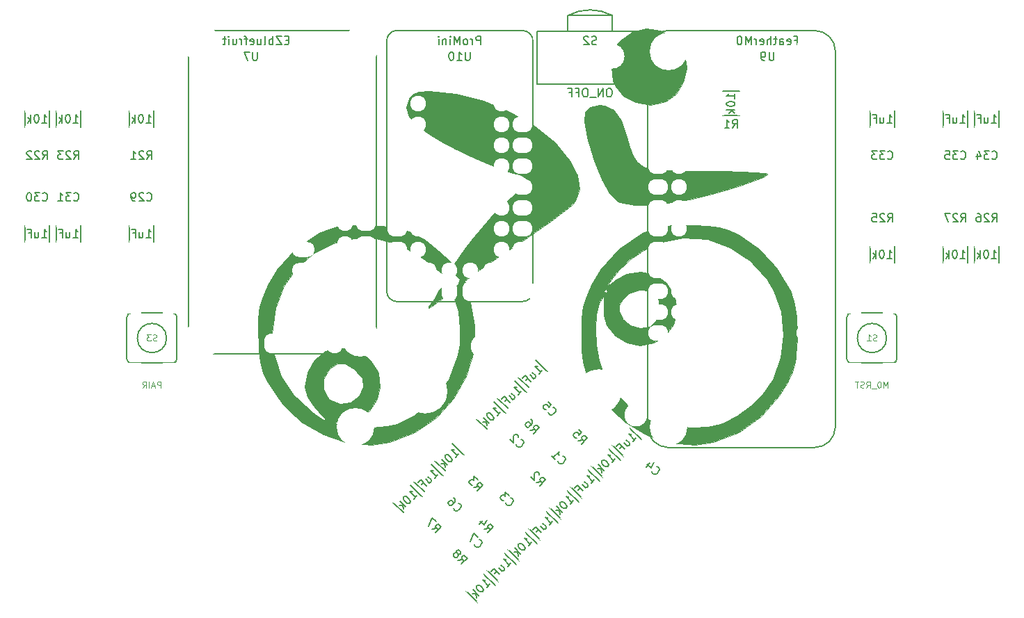
<source format=gbo>
G04 #@! TF.FileFunction,Legend,Bot*
%FSLAX46Y46*%
G04 Gerber Fmt 4.6, Leading zero omitted, Abs format (unit mm)*
G04 Created by KiCad (PCBNEW 4.0.2-4+6225~38~ubuntu15.10.1-stable) date Fri Apr  1 21:39:14 2016*
%MOMM*%
G01*
G04 APERTURE LIST*
%ADD10C,0.101600*%
%ADD11C,0.010000*%
%ADD12C,0.150000*%
%ADD13C,0.127000*%
%ADD14C,0.152400*%
%ADD15O,2.813000X1.797000*%
%ADD16O,2.432000X1.797000*%
%ADD17C,4.572000*%
%ADD18O,2.432000X1.924000*%
%ADD19C,1.924000*%
%ADD20R,1.924000X2.178000*%
%ADD21O,1.924000X2.432000*%
%ADD22O,1.924000X1.924000*%
%ADD23O,1.797000X1.797000*%
%ADD24R,2.900000X2.400000*%
%ADD25R,2.400000X2.900000*%
%ADD26C,2.800000*%
%ADD27C,5.400000*%
%ADD28C,3.000000*%
%ADD29C,2.700000*%
G04 APERTURE END LIST*
D10*
D11*
G36*
X86878640Y49272308D02*
X85434783Y49123396D01*
X84301686Y48818836D01*
X83271758Y48344462D01*
X80393681Y46378473D01*
X78107776Y43895214D01*
X76953441Y41977964D01*
X76341918Y40602495D01*
X75985410Y39354981D01*
X75820230Y37909340D01*
X75782606Y35983333D01*
X75826256Y34045903D01*
X75990769Y32643952D01*
X76337915Y31468361D01*
X76929466Y30210008D01*
X76940481Y30188988D01*
X78757745Y27519758D01*
X81075994Y25353312D01*
X83754629Y23759027D01*
X86653052Y22806281D01*
X89630666Y22564453D01*
X91764075Y22874323D01*
X94884239Y24079469D01*
X97620953Y26002229D01*
X99874717Y28562583D01*
X100859519Y30188988D01*
X101454423Y31448293D01*
X101804027Y32618051D01*
X101969800Y34006968D01*
X102013209Y35923750D01*
X102013233Y35952882D01*
X100314563Y35952882D01*
X99965980Y33133611D01*
X99033559Y30534219D01*
X97709489Y28564321D01*
X96374331Y27319387D01*
X94723097Y26115826D01*
X93129168Y25216650D01*
X92710000Y25042638D01*
X91224530Y24745665D01*
X89261579Y24674214D01*
X87154137Y24808900D01*
X85235192Y25130336D01*
X83968310Y25551586D01*
X81923512Y26903995D01*
X80035320Y28789652D01*
X78595950Y30906065D01*
X78389364Y31326667D01*
X77902233Y32858098D01*
X77600340Y34748070D01*
X77495194Y36719597D01*
X77598302Y38495695D01*
X77921174Y39799379D01*
X78028791Y40005000D01*
X78422052Y40601275D01*
X78518344Y40477355D01*
X78491479Y40005000D01*
X78497252Y38307640D01*
X78877532Y37077458D01*
X79737806Y35978845D01*
X79765769Y35950769D01*
X81277256Y34951329D01*
X82937477Y34654524D01*
X84563866Y34983831D01*
X85973859Y35862729D01*
X86984891Y37214697D01*
X87389687Y38862627D01*
X85247946Y38862627D01*
X84863439Y37648836D01*
X84075309Y36958284D01*
X82935712Y36783294D01*
X81747765Y37102435D01*
X80814587Y37894278D01*
X80785775Y37937115D01*
X80319653Y38816608D01*
X80376005Y39539197D01*
X80683389Y40159615D01*
X81568055Y41014281D01*
X82330940Y41275000D01*
X78951666Y41275000D01*
X78740000Y41063333D01*
X78528333Y41275000D01*
X78740000Y41486667D01*
X78951666Y41275000D01*
X82330940Y41275000D01*
X82819558Y41441987D01*
X84080191Y41364185D01*
X84694320Y41040383D01*
X85198319Y40135379D01*
X85247946Y38862627D01*
X87389687Y38862627D01*
X87414395Y38963210D01*
X87418333Y39158333D01*
X87050855Y40931283D01*
X86070907Y42328832D01*
X84662216Y43263523D01*
X83008513Y43647901D01*
X81293525Y43394507D01*
X80012967Y42683368D01*
X79248641Y42098879D01*
X79027255Y42033851D01*
X79228233Y42481825D01*
X79315784Y42646021D01*
X80237587Y43832692D01*
X81673551Y45111104D01*
X83347585Y46269114D01*
X84983596Y47094578D01*
X85214768Y47178690D01*
X88174239Y47767854D01*
X91088680Y47566867D01*
X93832467Y46628402D01*
X96279975Y45005130D01*
X98305578Y42749722D01*
X99156239Y41333358D01*
X100053314Y38762606D01*
X100314563Y35952882D01*
X102013233Y35952882D01*
X102013259Y35983333D01*
X101949227Y38148367D01*
X101722624Y39770871D01*
X101285499Y41147188D01*
X101114396Y41538485D01*
X99512589Y44152979D01*
X97342741Y46456245D01*
X94855786Y48181968D01*
X94853529Y48183155D01*
X93666502Y48747084D01*
X92554547Y49086840D01*
X91232676Y49256430D01*
X89415903Y49309863D01*
X88900000Y49311400D01*
X86878640Y49272308D01*
X86878640Y49272308D01*
G37*
X86878640Y49272308D02*
X85434783Y49123396D01*
X84301686Y48818836D01*
X83271758Y48344462D01*
X80393681Y46378473D01*
X78107776Y43895214D01*
X76953441Y41977964D01*
X76341918Y40602495D01*
X75985410Y39354981D01*
X75820230Y37909340D01*
X75782606Y35983333D01*
X75826256Y34045903D01*
X75990769Y32643952D01*
X76337915Y31468361D01*
X76929466Y30210008D01*
X76940481Y30188988D01*
X78757745Y27519758D01*
X81075994Y25353312D01*
X83754629Y23759027D01*
X86653052Y22806281D01*
X89630666Y22564453D01*
X91764075Y22874323D01*
X94884239Y24079469D01*
X97620953Y26002229D01*
X99874717Y28562583D01*
X100859519Y30188988D01*
X101454423Y31448293D01*
X101804027Y32618051D01*
X101969800Y34006968D01*
X102013209Y35923750D01*
X102013233Y35952882D01*
X100314563Y35952882D01*
X99965980Y33133611D01*
X99033559Y30534219D01*
X97709489Y28564321D01*
X96374331Y27319387D01*
X94723097Y26115826D01*
X93129168Y25216650D01*
X92710000Y25042638D01*
X91224530Y24745665D01*
X89261579Y24674214D01*
X87154137Y24808900D01*
X85235192Y25130336D01*
X83968310Y25551586D01*
X81923512Y26903995D01*
X80035320Y28789652D01*
X78595950Y30906065D01*
X78389364Y31326667D01*
X77902233Y32858098D01*
X77600340Y34748070D01*
X77495194Y36719597D01*
X77598302Y38495695D01*
X77921174Y39799379D01*
X78028791Y40005000D01*
X78422052Y40601275D01*
X78518344Y40477355D01*
X78491479Y40005000D01*
X78497252Y38307640D01*
X78877532Y37077458D01*
X79737806Y35978845D01*
X79765769Y35950769D01*
X81277256Y34951329D01*
X82937477Y34654524D01*
X84563866Y34983831D01*
X85973859Y35862729D01*
X86984891Y37214697D01*
X87389687Y38862627D01*
X85247946Y38862627D01*
X84863439Y37648836D01*
X84075309Y36958284D01*
X82935712Y36783294D01*
X81747765Y37102435D01*
X80814587Y37894278D01*
X80785775Y37937115D01*
X80319653Y38816608D01*
X80376005Y39539197D01*
X80683389Y40159615D01*
X81568055Y41014281D01*
X82330940Y41275000D01*
X78951666Y41275000D01*
X78740000Y41063333D01*
X78528333Y41275000D01*
X78740000Y41486667D01*
X78951666Y41275000D01*
X82330940Y41275000D01*
X82819558Y41441987D01*
X84080191Y41364185D01*
X84694320Y41040383D01*
X85198319Y40135379D01*
X85247946Y38862627D01*
X87389687Y38862627D01*
X87414395Y38963210D01*
X87418333Y39158333D01*
X87050855Y40931283D01*
X86070907Y42328832D01*
X84662216Y43263523D01*
X83008513Y43647901D01*
X81293525Y43394507D01*
X80012967Y42683368D01*
X79248641Y42098879D01*
X79027255Y42033851D01*
X79228233Y42481825D01*
X79315784Y42646021D01*
X80237587Y43832692D01*
X81673551Y45111104D01*
X83347585Y46269114D01*
X84983596Y47094578D01*
X85214768Y47178690D01*
X88174239Y47767854D01*
X91088680Y47566867D01*
X93832467Y46628402D01*
X96279975Y45005130D01*
X98305578Y42749722D01*
X99156239Y41333358D01*
X100053314Y38762606D01*
X100314563Y35952882D01*
X102013233Y35952882D01*
X102013259Y35983333D01*
X101949227Y38148367D01*
X101722624Y39770871D01*
X101285499Y41147188D01*
X101114396Y41538485D01*
X99512589Y44152979D01*
X97342741Y46456245D01*
X94855786Y48181968D01*
X94853529Y48183155D01*
X93666502Y48747084D01*
X92554547Y49086840D01*
X91232676Y49256430D01*
X89415903Y49309863D01*
X88900000Y49311400D01*
X86878640Y49272308D01*
G36*
X55941499Y65531201D02*
X55181830Y65219768D01*
X54800564Y64730571D01*
X54474846Y63606604D01*
X54796395Y62527082D01*
X55821679Y61396105D01*
X57462222Y60210228D01*
X58736514Y59474611D01*
X60417580Y58617639D01*
X62314236Y57723454D01*
X64235299Y56876197D01*
X65989583Y56160009D01*
X67385904Y55659032D01*
X68233077Y55457408D01*
X68263152Y55456667D01*
X68863711Y55164871D01*
X69209177Y54828683D01*
X69460646Y54308903D01*
X69024688Y53939384D01*
X68731845Y53818483D01*
X67878351Y53269683D01*
X66664242Y52204762D01*
X65241854Y50781188D01*
X63763523Y49156430D01*
X62381587Y47487957D01*
X61604992Y46451523D01*
X60168100Y44431379D01*
X58659050Y45877472D01*
X56708375Y47506313D01*
X54754913Y48556846D01*
X52540754Y49126110D01*
X49807994Y49311140D01*
X49530000Y49312262D01*
X47507997Y49272638D01*
X46063478Y49123185D01*
X44929676Y48818032D01*
X43901758Y48344462D01*
X41023681Y46378473D01*
X38737776Y43895214D01*
X37583441Y41977964D01*
X36974852Y40612807D01*
X36620892Y39383192D01*
X36459018Y37964935D01*
X36426689Y36033850D01*
X36426959Y35983333D01*
X36481109Y34024268D01*
X36658854Y32597623D01*
X37022548Y31391372D01*
X37584834Y30188988D01*
X39380460Y27530236D01*
X41684886Y25367889D01*
X44355572Y23772353D01*
X47249974Y22814034D01*
X50225550Y22563336D01*
X52394075Y22874323D01*
X55473372Y24049033D01*
X58103502Y25855139D01*
X60217040Y28176618D01*
X61746560Y30897445D01*
X62624637Y33901596D01*
X62770634Y36809884D01*
X61013051Y36809884D01*
X60961528Y34718904D01*
X60755251Y33472169D01*
X59634711Y30523679D01*
X57831036Y28047496D01*
X55405916Y26113335D01*
X53359810Y25114706D01*
X52102625Y24819995D01*
X50412949Y24657748D01*
X48619547Y24634255D01*
X47051180Y24755805D01*
X46143333Y24976667D01*
X45725371Y25217326D01*
X46009520Y25333820D01*
X46789972Y25370246D01*
X48597816Y25758318D01*
X49992228Y26724412D01*
X50907195Y28090451D01*
X51252433Y29574067D01*
X49219816Y29574067D01*
X48659328Y28457528D01*
X47667355Y27694448D01*
X46400895Y27563345D01*
X45171071Y28084714D01*
X45012500Y28217278D01*
X44339428Y29328479D01*
X44384315Y30613250D01*
X45085000Y31750000D01*
X46042651Y32455623D01*
X46974265Y32466632D01*
X48124218Y31780619D01*
X48202910Y31719275D01*
X49120877Y30680891D01*
X49219816Y29574067D01*
X51252433Y29574067D01*
X51276703Y29678360D01*
X51034736Y31310061D01*
X50115282Y32807478D01*
X49694791Y33206148D01*
X48005813Y34163965D01*
X46268025Y34380739D01*
X44646256Y33934697D01*
X43305336Y32904065D01*
X42410096Y31367071D01*
X42121666Y29612023D01*
X42406424Y28353493D01*
X43341595Y27065163D01*
X43561000Y26839333D01*
X44463357Y25882908D01*
X44722487Y25470863D01*
X44347579Y25607952D01*
X43347822Y26298925D01*
X43008292Y26553488D01*
X40716738Y28643199D01*
X39194947Y30916905D01*
X38366643Y33526005D01*
X38150781Y36195000D01*
X38521583Y39253746D01*
X39556082Y41919318D01*
X41144830Y44143636D01*
X43178377Y45878618D01*
X45547274Y47076183D01*
X48142073Y47688251D01*
X50853324Y47666740D01*
X53571577Y46963569D01*
X56187385Y45530657D01*
X57322008Y44616929D01*
X58542213Y43615412D01*
X59321693Y43188314D01*
X59583952Y43280054D01*
X59869376Y43580921D01*
X60458963Y43241077D01*
X60489070Y43216366D01*
X60978620Y42687982D01*
X60787025Y42203222D01*
X60542604Y41946366D01*
X59967643Y41515189D01*
X59583501Y41746795D01*
X59509366Y41860000D01*
X59159660Y42103316D01*
X58692991Y41684509D01*
X58385914Y41225000D01*
X57719985Y40188079D01*
X57179808Y39394216D01*
X57175405Y39388155D01*
X57200052Y39247517D01*
X57755679Y39565193D01*
X58284494Y39944935D01*
X59249248Y40633557D01*
X59781103Y40837115D01*
X60106143Y40602132D01*
X60253546Y40350113D01*
X60768350Y38806322D01*
X61013051Y36809884D01*
X62770634Y36809884D01*
X62783846Y37073048D01*
X62281917Y39889062D01*
X61910891Y41206478D01*
X61661471Y42170857D01*
X61595000Y42509859D01*
X61930921Y42814125D01*
X62864554Y43503273D01*
X64284705Y44499264D01*
X66080182Y45724059D01*
X68050833Y47040765D01*
X70151316Y48461208D01*
X72024146Y49784562D01*
X73545084Y50918488D01*
X74589890Y51770648D01*
X75020832Y52221060D01*
X75505211Y53732658D01*
X75266710Y55384897D01*
X74359058Y57192479D01*
X72529729Y59393665D01*
X70043781Y61395782D01*
X67084229Y63108675D01*
X63834086Y64442190D01*
X60476366Y65306170D01*
X57270728Y65610410D01*
X55941499Y65531201D01*
X55941499Y65531201D01*
G37*
X55941499Y65531201D02*
X55181830Y65219768D01*
X54800564Y64730571D01*
X54474846Y63606604D01*
X54796395Y62527082D01*
X55821679Y61396105D01*
X57462222Y60210228D01*
X58736514Y59474611D01*
X60417580Y58617639D01*
X62314236Y57723454D01*
X64235299Y56876197D01*
X65989583Y56160009D01*
X67385904Y55659032D01*
X68233077Y55457408D01*
X68263152Y55456667D01*
X68863711Y55164871D01*
X69209177Y54828683D01*
X69460646Y54308903D01*
X69024688Y53939384D01*
X68731845Y53818483D01*
X67878351Y53269683D01*
X66664242Y52204762D01*
X65241854Y50781188D01*
X63763523Y49156430D01*
X62381587Y47487957D01*
X61604992Y46451523D01*
X60168100Y44431379D01*
X58659050Y45877472D01*
X56708375Y47506313D01*
X54754913Y48556846D01*
X52540754Y49126110D01*
X49807994Y49311140D01*
X49530000Y49312262D01*
X47507997Y49272638D01*
X46063478Y49123185D01*
X44929676Y48818032D01*
X43901758Y48344462D01*
X41023681Y46378473D01*
X38737776Y43895214D01*
X37583441Y41977964D01*
X36974852Y40612807D01*
X36620892Y39383192D01*
X36459018Y37964935D01*
X36426689Y36033850D01*
X36426959Y35983333D01*
X36481109Y34024268D01*
X36658854Y32597623D01*
X37022548Y31391372D01*
X37584834Y30188988D01*
X39380460Y27530236D01*
X41684886Y25367889D01*
X44355572Y23772353D01*
X47249974Y22814034D01*
X50225550Y22563336D01*
X52394075Y22874323D01*
X55473372Y24049033D01*
X58103502Y25855139D01*
X60217040Y28176618D01*
X61746560Y30897445D01*
X62624637Y33901596D01*
X62770634Y36809884D01*
X61013051Y36809884D01*
X60961528Y34718904D01*
X60755251Y33472169D01*
X59634711Y30523679D01*
X57831036Y28047496D01*
X55405916Y26113335D01*
X53359810Y25114706D01*
X52102625Y24819995D01*
X50412949Y24657748D01*
X48619547Y24634255D01*
X47051180Y24755805D01*
X46143333Y24976667D01*
X45725371Y25217326D01*
X46009520Y25333820D01*
X46789972Y25370246D01*
X48597816Y25758318D01*
X49992228Y26724412D01*
X50907195Y28090451D01*
X51252433Y29574067D01*
X49219816Y29574067D01*
X48659328Y28457528D01*
X47667355Y27694448D01*
X46400895Y27563345D01*
X45171071Y28084714D01*
X45012500Y28217278D01*
X44339428Y29328479D01*
X44384315Y30613250D01*
X45085000Y31750000D01*
X46042651Y32455623D01*
X46974265Y32466632D01*
X48124218Y31780619D01*
X48202910Y31719275D01*
X49120877Y30680891D01*
X49219816Y29574067D01*
X51252433Y29574067D01*
X51276703Y29678360D01*
X51034736Y31310061D01*
X50115282Y32807478D01*
X49694791Y33206148D01*
X48005813Y34163965D01*
X46268025Y34380739D01*
X44646256Y33934697D01*
X43305336Y32904065D01*
X42410096Y31367071D01*
X42121666Y29612023D01*
X42406424Y28353493D01*
X43341595Y27065163D01*
X43561000Y26839333D01*
X44463357Y25882908D01*
X44722487Y25470863D01*
X44347579Y25607952D01*
X43347822Y26298925D01*
X43008292Y26553488D01*
X40716738Y28643199D01*
X39194947Y30916905D01*
X38366643Y33526005D01*
X38150781Y36195000D01*
X38521583Y39253746D01*
X39556082Y41919318D01*
X41144830Y44143636D01*
X43178377Y45878618D01*
X45547274Y47076183D01*
X48142073Y47688251D01*
X50853324Y47666740D01*
X53571577Y46963569D01*
X56187385Y45530657D01*
X57322008Y44616929D01*
X58542213Y43615412D01*
X59321693Y43188314D01*
X59583952Y43280054D01*
X59869376Y43580921D01*
X60458963Y43241077D01*
X60489070Y43216366D01*
X60978620Y42687982D01*
X60787025Y42203222D01*
X60542604Y41946366D01*
X59967643Y41515189D01*
X59583501Y41746795D01*
X59509366Y41860000D01*
X59159660Y42103316D01*
X58692991Y41684509D01*
X58385914Y41225000D01*
X57719985Y40188079D01*
X57179808Y39394216D01*
X57175405Y39388155D01*
X57200052Y39247517D01*
X57755679Y39565193D01*
X58284494Y39944935D01*
X59249248Y40633557D01*
X59781103Y40837115D01*
X60106143Y40602132D01*
X60253546Y40350113D01*
X60768350Y38806322D01*
X61013051Y36809884D01*
X62770634Y36809884D01*
X62783846Y37073048D01*
X62281917Y39889062D01*
X61910891Y41206478D01*
X61661471Y42170857D01*
X61595000Y42509859D01*
X61930921Y42814125D01*
X62864554Y43503273D01*
X64284705Y44499264D01*
X66080182Y45724059D01*
X68050833Y47040765D01*
X70151316Y48461208D01*
X72024146Y49784562D01*
X73545084Y50918488D01*
X74589890Y51770648D01*
X75020832Y52221060D01*
X75505211Y53732658D01*
X75266710Y55384897D01*
X74359058Y57192479D01*
X72529729Y59393665D01*
X70043781Y61395782D01*
X67084229Y63108675D01*
X63834086Y64442190D01*
X60476366Y65306170D01*
X57270728Y65610410D01*
X55941499Y65531201D01*
G36*
X76868977Y63726835D02*
X76252253Y63076443D01*
X76132568Y61880815D01*
X76474997Y60048607D01*
X76499724Y59953491D01*
X77338909Y57187325D01*
X78261397Y54905877D01*
X79213762Y53216106D01*
X80142580Y52224972D01*
X80438458Y52068052D01*
X82206161Y51730905D01*
X84657357Y51785045D01*
X87726330Y52227381D01*
X88900000Y52465909D01*
X91004043Y52962312D01*
X93112427Y53530292D01*
X95066075Y54118508D01*
X96705908Y54675621D01*
X97872852Y55150290D01*
X98407827Y55491175D01*
X98425000Y55539993D01*
X98024292Y55650173D01*
X96912585Y55745461D01*
X95225500Y55819619D01*
X93098661Y55866408D01*
X91033158Y55880000D01*
X88145111Y55888073D01*
X85979908Y55948000D01*
X84413725Y56113348D01*
X83322741Y56437679D01*
X82583132Y56974559D01*
X82071078Y57777552D01*
X81662756Y58900223D01*
X81323094Y60080502D01*
X80593375Y62075786D01*
X79705086Y63311575D01*
X78587145Y63870510D01*
X78017668Y63923333D01*
X76868977Y63726835D01*
X76868977Y63726835D01*
G37*
X76868977Y63726835D02*
X76252253Y63076443D01*
X76132568Y61880815D01*
X76474997Y60048607D01*
X76499724Y59953491D01*
X77338909Y57187325D01*
X78261397Y54905877D01*
X79213762Y53216106D01*
X80142580Y52224972D01*
X80438458Y52068052D01*
X82206161Y51730905D01*
X84657357Y51785045D01*
X87726330Y52227381D01*
X88900000Y52465909D01*
X91004043Y52962312D01*
X93112427Y53530292D01*
X95066075Y54118508D01*
X96705908Y54675621D01*
X97872852Y55150290D01*
X98407827Y55491175D01*
X98425000Y55539993D01*
X98024292Y55650173D01*
X96912585Y55745461D01*
X95225500Y55819619D01*
X93098661Y55866408D01*
X91033158Y55880000D01*
X88145111Y55888073D01*
X85979908Y55948000D01*
X84413725Y56113348D01*
X83322741Y56437679D01*
X82583132Y56974559D01*
X82071078Y57777552D01*
X81662756Y58900223D01*
X81323094Y60080502D01*
X80593375Y62075786D01*
X79705086Y63311575D01*
X78587145Y63870510D01*
X78017668Y63923333D01*
X76868977Y63726835D01*
G36*
X81945634Y72812631D02*
X80425394Y71728422D01*
X80125246Y71387953D01*
X79575993Y70166178D01*
X79400840Y68553523D01*
X79621632Y66929018D01*
X79834406Y66341551D01*
X80849415Y65058781D01*
X82375065Y64247964D01*
X84173648Y63985050D01*
X86007457Y64345987D01*
X86039824Y64358869D01*
X87270053Y65267620D01*
X88154625Y66715816D01*
X88548673Y68420388D01*
X88525039Y69215000D01*
X87946390Y70981544D01*
X86818828Y72271221D01*
X85322649Y73037388D01*
X83638152Y73233405D01*
X81945634Y72812631D01*
X81945634Y72812631D01*
G37*
X81945634Y72812631D02*
X80425394Y71728422D01*
X80125246Y71387953D01*
X79575993Y70166178D01*
X79400840Y68553523D01*
X79621632Y66929018D01*
X79834406Y66341551D01*
X80849415Y65058781D01*
X82375065Y64247964D01*
X84173648Y63985050D01*
X86007457Y64345987D01*
X86039824Y64358869D01*
X87270053Y65267620D01*
X88154625Y66715816D01*
X88548673Y68420388D01*
X88525039Y69215000D01*
X87946390Y70981544D01*
X86818828Y72271221D01*
X85322649Y73037388D01*
X83638152Y73233405D01*
X81945634Y72812631D01*
D12*
X104140000Y22225000D02*
X86360000Y22225000D01*
X106680000Y70485000D02*
X106680000Y24765000D01*
X86360000Y73025000D02*
X104140000Y73025000D01*
X83820000Y24765000D02*
X83820000Y70485000D01*
X83820000Y70485000D02*
G75*
G02X86360000Y73025000I2540000J0D01*
G01*
X104140000Y73025000D02*
G75*
G02X106680000Y70485000I0J-2540000D01*
G01*
X106680000Y24765000D02*
G75*
G02X104140000Y22225000I-2540000J0D01*
G01*
X86360000Y22225000D02*
G75*
G02X83820000Y24765000I0J2540000D01*
G01*
D13*
X108077000Y33020000D02*
X108077000Y38100000D01*
X113665000Y32512000D02*
X108585000Y32512000D01*
X114173000Y38100000D02*
X114173000Y33020000D01*
X108585000Y38608000D02*
X113665000Y38608000D01*
X114173000Y33020000D02*
G75*
G02X113665000Y32512000I-508000J0D01*
G01*
X113665000Y38608000D02*
G75*
G02X114173000Y38100000I0J-508000D01*
G01*
X108077000Y38100000D02*
G75*
G02X108585000Y38608000I508000J0D01*
G01*
X108585000Y32512000D02*
G75*
G02X108077000Y33020000I0J508000D01*
G01*
X112903000Y35560000D02*
G75*
G03X112903000Y35560000I-1778000J0D01*
G01*
D12*
X29845000Y33655000D02*
X48895000Y33655000D01*
X27940000Y71120000D02*
X27940000Y35560000D01*
X48895000Y73025000D02*
X29845000Y73025000D01*
X50800000Y35560000D02*
X50800000Y71120000D01*
X50800000Y35560000D02*
G75*
G02X48895000Y33655000I-1905000J0D01*
G01*
X29845000Y33655000D02*
G75*
G02X27940000Y35560000I0J1905000D01*
G01*
X27940000Y71120000D02*
G75*
G02X29845000Y73025000I1905000J0D01*
G01*
X48895000Y73025000D02*
G75*
G02X50800000Y71120000I0J-1905000D01*
G01*
X122760000Y63230000D02*
X122760000Y61230000D01*
X119810000Y61230000D02*
X119810000Y63230000D01*
X126570000Y63230000D02*
X126570000Y61230000D01*
X123620000Y61230000D02*
X123620000Y63230000D01*
X113870000Y63230000D02*
X113870000Y61230000D01*
X110920000Y61230000D02*
X110920000Y63230000D01*
X11860000Y47260000D02*
X11860000Y49260000D01*
X14810000Y49260000D02*
X14810000Y47260000D01*
X8050000Y47260000D02*
X8050000Y49260000D01*
X11000000Y49260000D02*
X11000000Y47260000D01*
X20750000Y47260000D02*
X20750000Y49260000D01*
X23700000Y49260000D02*
X23700000Y47260000D01*
X66375876Y9370089D02*
X67790089Y7955876D01*
X65704124Y5869911D02*
X64289911Y7284124D01*
X57485876Y20165089D02*
X58900089Y18750876D01*
X56814124Y16664911D02*
X55399911Y18079124D01*
X69514124Y29364911D02*
X68099911Y30779124D01*
X70185876Y32865089D02*
X71600089Y31450876D01*
X80944124Y21109911D02*
X79529911Y22524124D01*
X81615876Y24610089D02*
X83030089Y23195876D01*
X70784124Y10949911D02*
X69369911Y12364124D01*
X71455876Y14450089D02*
X72870089Y13035876D01*
X64434124Y24284911D02*
X63019911Y25699124D01*
X65105876Y27785089D02*
X66520089Y26370876D01*
X75864124Y16029911D02*
X74449911Y17444124D01*
X76535876Y19530089D02*
X77950089Y18115876D01*
X119810000Y46720000D02*
X119810000Y44720000D01*
X122760000Y44720000D02*
X122760000Y46720000D01*
X123620000Y46720000D02*
X123620000Y44720000D01*
X126570000Y44720000D02*
X126570000Y46720000D01*
X110920000Y46720000D02*
X110920000Y44720000D01*
X113870000Y44720000D02*
X113870000Y46720000D01*
X14810000Y61230000D02*
X14810000Y63230000D01*
X11860000Y63230000D02*
X11860000Y61230000D01*
X11000000Y61230000D02*
X11000000Y63230000D01*
X8050000Y63230000D02*
X8050000Y61230000D01*
X23700000Y61230000D02*
X23700000Y63230000D01*
X20750000Y63230000D02*
X20750000Y61230000D01*
X65250089Y5415876D02*
X63835876Y6830089D01*
X61749911Y4744124D02*
X63164124Y3329911D01*
X56360089Y16210876D02*
X54945876Y17625089D01*
X52859911Y15539124D02*
X54274124Y14124911D01*
X65559911Y28239124D02*
X66974124Y26824911D01*
X69060089Y28910876D02*
X67645876Y30325089D01*
X76989911Y19984124D02*
X78404124Y18569911D01*
X80490089Y20655876D02*
X79075876Y22070089D01*
X66829911Y9824124D02*
X68244124Y8409911D01*
X70330089Y10495876D02*
X68915876Y11910089D01*
X57939911Y20619124D02*
X59354124Y19204911D01*
X61440089Y21290876D02*
X60025876Y22705089D01*
X71909911Y14904124D02*
X73324124Y13489911D01*
X75410089Y15575876D02*
X73995876Y16990089D01*
X92980000Y62660000D02*
X94980000Y62660000D01*
X94980000Y65610000D02*
X92980000Y65610000D01*
D14*
X53340000Y73025000D02*
X68580000Y73025000D01*
X68580000Y40005000D02*
X53340000Y40005000D01*
D12*
X69850000Y41275000D02*
G75*
G02X68580000Y40005000I-1270000J0D01*
G01*
X53340000Y40005000D02*
G75*
G02X52070000Y41275000I0J1270000D01*
G01*
X52070000Y71755000D02*
G75*
G02X53340000Y73025000I1270000J0D01*
G01*
X68580000Y73025000D02*
G75*
G02X69850000Y71755000I0J-1270000D01*
G01*
X52070000Y41275000D02*
X52070000Y71755000D01*
X69850000Y71755000D02*
X69850000Y41275000D01*
X74135000Y74850000D02*
G75*
G02X79535000Y74850000I2700000J-5000000D01*
G01*
X79535000Y74850000D02*
X74135000Y74850000D01*
X79535000Y72950000D02*
X79535000Y74850000D01*
X74135000Y74850000D02*
X74135000Y72950000D01*
X70335000Y66450000D02*
X70335000Y72950000D01*
X70335000Y72950000D02*
X83335000Y72950000D01*
X83335000Y72950000D02*
X83335000Y66450000D01*
X83335000Y66450000D02*
X70335000Y66450000D01*
D13*
X20447000Y33020000D02*
X20447000Y38100000D01*
X26035000Y32512000D02*
X20955000Y32512000D01*
X26543000Y38100000D02*
X26543000Y33020000D01*
X20955000Y38608000D02*
X26035000Y38608000D01*
X26543000Y33020000D02*
G75*
G02X26035000Y32512000I-508000J0D01*
G01*
X26035000Y38608000D02*
G75*
G02X26543000Y38100000I0J-508000D01*
G01*
X20447000Y38100000D02*
G75*
G02X20955000Y38608000I508000J0D01*
G01*
X20955000Y32512000D02*
G75*
G02X20447000Y33020000I0J508000D01*
G01*
X25273000Y35560000D02*
G75*
G03X25273000Y35560000I-1778000J0D01*
G01*
D14*
X99199095Y70406381D02*
X99199095Y69583905D01*
X99150714Y69487143D01*
X99102333Y69438762D01*
X99005571Y69390381D01*
X98812048Y69390381D01*
X98715286Y69438762D01*
X98666905Y69487143D01*
X98618524Y69583905D01*
X98618524Y70406381D01*
X98086333Y69390381D02*
X97892809Y69390381D01*
X97796048Y69438762D01*
X97747667Y69487143D01*
X97650905Y69632286D01*
X97602524Y69825810D01*
X97602524Y70212857D01*
X97650905Y70309619D01*
X97699286Y70358000D01*
X97796048Y70406381D01*
X97989571Y70406381D01*
X98086333Y70358000D01*
X98134714Y70309619D01*
X98183095Y70212857D01*
X98183095Y69970952D01*
X98134714Y69874190D01*
X98086333Y69825810D01*
X97989571Y69777429D01*
X97796048Y69777429D01*
X97699286Y69825810D01*
X97650905Y69874190D01*
X97602524Y69970952D01*
X101739095Y71827571D02*
X102077761Y71827571D01*
X102077761Y71295381D02*
X102077761Y72311381D01*
X101593952Y72311381D01*
X100819857Y71343762D02*
X100916619Y71295381D01*
X101110142Y71295381D01*
X101206904Y71343762D01*
X101255285Y71440524D01*
X101255285Y71827571D01*
X101206904Y71924333D01*
X101110142Y71972714D01*
X100916619Y71972714D01*
X100819857Y71924333D01*
X100771476Y71827571D01*
X100771476Y71730810D01*
X101255285Y71634048D01*
X99900619Y71295381D02*
X99900619Y71827571D01*
X99949000Y71924333D01*
X100045762Y71972714D01*
X100239285Y71972714D01*
X100336047Y71924333D01*
X99900619Y71343762D02*
X99997381Y71295381D01*
X100239285Y71295381D01*
X100336047Y71343762D01*
X100384428Y71440524D01*
X100384428Y71537286D01*
X100336047Y71634048D01*
X100239285Y71682429D01*
X99997381Y71682429D01*
X99900619Y71730810D01*
X99561952Y71972714D02*
X99174904Y71972714D01*
X99416809Y72311381D02*
X99416809Y71440524D01*
X99368428Y71343762D01*
X99271666Y71295381D01*
X99174904Y71295381D01*
X98836238Y71295381D02*
X98836238Y72311381D01*
X98400810Y71295381D02*
X98400810Y71827571D01*
X98449191Y71924333D01*
X98545953Y71972714D01*
X98691095Y71972714D01*
X98787857Y71924333D01*
X98836238Y71875952D01*
X97529953Y71343762D02*
X97626715Y71295381D01*
X97820238Y71295381D01*
X97917000Y71343762D01*
X97965381Y71440524D01*
X97965381Y71827571D01*
X97917000Y71924333D01*
X97820238Y71972714D01*
X97626715Y71972714D01*
X97529953Y71924333D01*
X97481572Y71827571D01*
X97481572Y71730810D01*
X97965381Y71634048D01*
X97046143Y71295381D02*
X97046143Y71972714D01*
X97046143Y71779190D02*
X96997762Y71875952D01*
X96949381Y71924333D01*
X96852619Y71972714D01*
X96755858Y71972714D01*
X96417191Y71295381D02*
X96417191Y72311381D01*
X96078525Y71585667D01*
X95739858Y72311381D01*
X95739858Y71295381D01*
X95062524Y72311381D02*
X94965763Y72311381D01*
X94869001Y72263000D01*
X94820620Y72214619D01*
X94772239Y72117857D01*
X94723858Y71924333D01*
X94723858Y71682429D01*
X94772239Y71488905D01*
X94820620Y71392143D01*
X94869001Y71343762D01*
X94965763Y71295381D01*
X95062524Y71295381D01*
X95159286Y71343762D01*
X95207667Y71392143D01*
X95256048Y71488905D01*
X95304429Y71682429D01*
X95304429Y71924333D01*
X95256048Y72117857D01*
X95207667Y72214619D01*
X95159286Y72263000D01*
X95062524Y72311381D01*
D10*
X111705571Y35251571D02*
X111596714Y35215286D01*
X111415285Y35215286D01*
X111342714Y35251571D01*
X111306428Y35287857D01*
X111270143Y35360429D01*
X111270143Y35433000D01*
X111306428Y35505571D01*
X111342714Y35541857D01*
X111415285Y35578143D01*
X111560428Y35614429D01*
X111633000Y35650714D01*
X111669285Y35687000D01*
X111705571Y35759571D01*
X111705571Y35832143D01*
X111669285Y35904714D01*
X111633000Y35941000D01*
X111560428Y35977286D01*
X111379000Y35977286D01*
X111270143Y35941000D01*
X110544429Y35215286D02*
X110979857Y35215286D01*
X110762143Y35215286D02*
X110762143Y35977286D01*
X110834714Y35868429D01*
X110907286Y35795857D01*
X110979857Y35759571D01*
X113066284Y29500286D02*
X113066284Y30262286D01*
X112812284Y29718000D01*
X112558284Y30262286D01*
X112558284Y29500286D01*
X112050285Y30262286D02*
X111977713Y30262286D01*
X111905142Y30226000D01*
X111868856Y30189714D01*
X111832570Y30117143D01*
X111796285Y29972000D01*
X111796285Y29790571D01*
X111832570Y29645429D01*
X111868856Y29572857D01*
X111905142Y29536571D01*
X111977713Y29500286D01*
X112050285Y29500286D01*
X112122856Y29536571D01*
X112159142Y29572857D01*
X112195427Y29645429D01*
X112231713Y29790571D01*
X112231713Y29972000D01*
X112195427Y30117143D01*
X112159142Y30189714D01*
X112122856Y30226000D01*
X112050285Y30262286D01*
X111651142Y29427714D02*
X111070571Y29427714D01*
X110453714Y29500286D02*
X110707714Y29863143D01*
X110889142Y29500286D02*
X110889142Y30262286D01*
X110598857Y30262286D01*
X110526285Y30226000D01*
X110490000Y30189714D01*
X110453714Y30117143D01*
X110453714Y30008286D01*
X110490000Y29935714D01*
X110526285Y29899429D01*
X110598857Y29863143D01*
X110889142Y29863143D01*
X110163428Y29536571D02*
X110054571Y29500286D01*
X109873142Y29500286D01*
X109800571Y29536571D01*
X109764285Y29572857D01*
X109728000Y29645429D01*
X109728000Y29718000D01*
X109764285Y29790571D01*
X109800571Y29826857D01*
X109873142Y29863143D01*
X110018285Y29899429D01*
X110090857Y29935714D01*
X110127142Y29972000D01*
X110163428Y30044571D01*
X110163428Y30117143D01*
X110127142Y30189714D01*
X110090857Y30226000D01*
X110018285Y30262286D01*
X109836857Y30262286D01*
X109728000Y30226000D01*
X109510286Y30262286D02*
X109074857Y30262286D01*
X109292571Y29500286D02*
X109292571Y30262286D01*
D14*
X36334095Y70406381D02*
X36334095Y69583905D01*
X36285714Y69487143D01*
X36237333Y69438762D01*
X36140571Y69390381D01*
X35947048Y69390381D01*
X35850286Y69438762D01*
X35801905Y69487143D01*
X35753524Y69583905D01*
X35753524Y70406381D01*
X35366476Y70406381D02*
X34689143Y70406381D01*
X35124571Y69390381D01*
X40113856Y71827571D02*
X39775190Y71827571D01*
X39630047Y71295381D02*
X40113856Y71295381D01*
X40113856Y72311381D01*
X39630047Y72311381D01*
X39291380Y72311381D02*
X38614047Y72311381D01*
X39291380Y71295381D01*
X38614047Y71295381D01*
X38226999Y71295381D02*
X38226999Y72311381D01*
X38226999Y71924333D02*
X38130237Y71972714D01*
X37936714Y71972714D01*
X37839952Y71924333D01*
X37791571Y71875952D01*
X37743190Y71779190D01*
X37743190Y71488905D01*
X37791571Y71392143D01*
X37839952Y71343762D01*
X37936714Y71295381D01*
X38130237Y71295381D01*
X38226999Y71343762D01*
X37162618Y71295381D02*
X37259380Y71343762D01*
X37307761Y71440524D01*
X37307761Y72311381D01*
X36340143Y71972714D02*
X36340143Y71295381D01*
X36775571Y71972714D02*
X36775571Y71440524D01*
X36727190Y71343762D01*
X36630428Y71295381D01*
X36485286Y71295381D01*
X36388524Y71343762D01*
X36340143Y71392143D01*
X35469286Y71343762D02*
X35566048Y71295381D01*
X35759571Y71295381D01*
X35856333Y71343762D01*
X35904714Y71440524D01*
X35904714Y71827571D01*
X35856333Y71924333D01*
X35759571Y71972714D01*
X35566048Y71972714D01*
X35469286Y71924333D01*
X35420905Y71827571D01*
X35420905Y71730810D01*
X35904714Y71634048D01*
X35130619Y71972714D02*
X34743571Y71972714D01*
X34985476Y71295381D02*
X34985476Y72166238D01*
X34937095Y72263000D01*
X34840333Y72311381D01*
X34743571Y72311381D01*
X34404905Y71295381D02*
X34404905Y71972714D01*
X34404905Y71779190D02*
X34356524Y71875952D01*
X34308143Y71924333D01*
X34211381Y71972714D01*
X34114620Y71972714D01*
X33340525Y71972714D02*
X33340525Y71295381D01*
X33775953Y71972714D02*
X33775953Y71440524D01*
X33727572Y71343762D01*
X33630810Y71295381D01*
X33485668Y71295381D01*
X33388906Y71343762D01*
X33340525Y71392143D01*
X32856715Y71295381D02*
X32856715Y71972714D01*
X32856715Y72311381D02*
X32905096Y72263000D01*
X32856715Y72214619D01*
X32808334Y72263000D01*
X32856715Y72311381D01*
X32856715Y72214619D01*
X32518048Y71972714D02*
X32131000Y71972714D01*
X32372905Y72311381D02*
X32372905Y71440524D01*
X32324524Y71343762D01*
X32227762Y71295381D01*
X32131000Y71295381D01*
D12*
X121927857Y57427857D02*
X121975476Y57380238D01*
X122118333Y57332619D01*
X122213571Y57332619D01*
X122356429Y57380238D01*
X122451667Y57475476D01*
X122499286Y57570714D01*
X122546905Y57761190D01*
X122546905Y57904048D01*
X122499286Y58094524D01*
X122451667Y58189762D01*
X122356429Y58285000D01*
X122213571Y58332619D01*
X122118333Y58332619D01*
X121975476Y58285000D01*
X121927857Y58237381D01*
X121594524Y58332619D02*
X120975476Y58332619D01*
X121308810Y57951667D01*
X121165952Y57951667D01*
X121070714Y57904048D01*
X121023095Y57856429D01*
X120975476Y57761190D01*
X120975476Y57523095D01*
X121023095Y57427857D01*
X121070714Y57380238D01*
X121165952Y57332619D01*
X121451667Y57332619D01*
X121546905Y57380238D01*
X121594524Y57427857D01*
X120070714Y58332619D02*
X120546905Y58332619D01*
X120594524Y57856429D01*
X120546905Y57904048D01*
X120451667Y57951667D01*
X120213571Y57951667D01*
X120118333Y57904048D01*
X120070714Y57856429D01*
X120023095Y57761190D01*
X120023095Y57523095D01*
X120070714Y57427857D01*
X120118333Y57380238D01*
X120213571Y57332619D01*
X120451667Y57332619D01*
X120546905Y57380238D01*
X120594524Y57427857D01*
X121880238Y61777619D02*
X122451667Y61777619D01*
X122165953Y61777619D02*
X122165953Y62777619D01*
X122261191Y62634762D01*
X122356429Y62539524D01*
X122451667Y62491905D01*
X121023095Y62444286D02*
X121023095Y61777619D01*
X121451667Y62444286D02*
X121451667Y61920476D01*
X121404048Y61825238D01*
X121308810Y61777619D01*
X121165952Y61777619D01*
X121070714Y61825238D01*
X121023095Y61872857D01*
X120213571Y62301429D02*
X120546905Y62301429D01*
X120546905Y61777619D02*
X120546905Y62777619D01*
X120070714Y62777619D01*
X125737857Y57427857D02*
X125785476Y57380238D01*
X125928333Y57332619D01*
X126023571Y57332619D01*
X126166429Y57380238D01*
X126261667Y57475476D01*
X126309286Y57570714D01*
X126356905Y57761190D01*
X126356905Y57904048D01*
X126309286Y58094524D01*
X126261667Y58189762D01*
X126166429Y58285000D01*
X126023571Y58332619D01*
X125928333Y58332619D01*
X125785476Y58285000D01*
X125737857Y58237381D01*
X125404524Y58332619D02*
X124785476Y58332619D01*
X125118810Y57951667D01*
X124975952Y57951667D01*
X124880714Y57904048D01*
X124833095Y57856429D01*
X124785476Y57761190D01*
X124785476Y57523095D01*
X124833095Y57427857D01*
X124880714Y57380238D01*
X124975952Y57332619D01*
X125261667Y57332619D01*
X125356905Y57380238D01*
X125404524Y57427857D01*
X123928333Y57999286D02*
X123928333Y57332619D01*
X124166429Y58380238D02*
X124404524Y57665952D01*
X123785476Y57665952D01*
X125690238Y61777619D02*
X126261667Y61777619D01*
X125975953Y61777619D02*
X125975953Y62777619D01*
X126071191Y62634762D01*
X126166429Y62539524D01*
X126261667Y62491905D01*
X124833095Y62444286D02*
X124833095Y61777619D01*
X125261667Y62444286D02*
X125261667Y61920476D01*
X125214048Y61825238D01*
X125118810Y61777619D01*
X124975952Y61777619D01*
X124880714Y61825238D01*
X124833095Y61872857D01*
X124023571Y62301429D02*
X124356905Y62301429D01*
X124356905Y61777619D02*
X124356905Y62777619D01*
X123880714Y62777619D01*
X113037857Y57427857D02*
X113085476Y57380238D01*
X113228333Y57332619D01*
X113323571Y57332619D01*
X113466429Y57380238D01*
X113561667Y57475476D01*
X113609286Y57570714D01*
X113656905Y57761190D01*
X113656905Y57904048D01*
X113609286Y58094524D01*
X113561667Y58189762D01*
X113466429Y58285000D01*
X113323571Y58332619D01*
X113228333Y58332619D01*
X113085476Y58285000D01*
X113037857Y58237381D01*
X112704524Y58332619D02*
X112085476Y58332619D01*
X112418810Y57951667D01*
X112275952Y57951667D01*
X112180714Y57904048D01*
X112133095Y57856429D01*
X112085476Y57761190D01*
X112085476Y57523095D01*
X112133095Y57427857D01*
X112180714Y57380238D01*
X112275952Y57332619D01*
X112561667Y57332619D01*
X112656905Y57380238D01*
X112704524Y57427857D01*
X111752143Y58332619D02*
X111133095Y58332619D01*
X111466429Y57951667D01*
X111323571Y57951667D01*
X111228333Y57904048D01*
X111180714Y57856429D01*
X111133095Y57761190D01*
X111133095Y57523095D01*
X111180714Y57427857D01*
X111228333Y57380238D01*
X111323571Y57332619D01*
X111609286Y57332619D01*
X111704524Y57380238D01*
X111752143Y57427857D01*
X112990238Y61777619D02*
X113561667Y61777619D01*
X113275953Y61777619D02*
X113275953Y62777619D01*
X113371191Y62634762D01*
X113466429Y62539524D01*
X113561667Y62491905D01*
X112133095Y62444286D02*
X112133095Y61777619D01*
X112561667Y62444286D02*
X112561667Y61920476D01*
X112514048Y61825238D01*
X112418810Y61777619D01*
X112275952Y61777619D01*
X112180714Y61825238D01*
X112133095Y61872857D01*
X111323571Y62301429D02*
X111656905Y62301429D01*
X111656905Y61777619D02*
X111656905Y62777619D01*
X111180714Y62777619D01*
X13977857Y52347857D02*
X14025476Y52300238D01*
X14168333Y52252619D01*
X14263571Y52252619D01*
X14406429Y52300238D01*
X14501667Y52395476D01*
X14549286Y52490714D01*
X14596905Y52681190D01*
X14596905Y52824048D01*
X14549286Y53014524D01*
X14501667Y53109762D01*
X14406429Y53205000D01*
X14263571Y53252619D01*
X14168333Y53252619D01*
X14025476Y53205000D01*
X13977857Y53157381D01*
X13644524Y53252619D02*
X13025476Y53252619D01*
X13358810Y52871667D01*
X13215952Y52871667D01*
X13120714Y52824048D01*
X13073095Y52776429D01*
X13025476Y52681190D01*
X13025476Y52443095D01*
X13073095Y52347857D01*
X13120714Y52300238D01*
X13215952Y52252619D01*
X13501667Y52252619D01*
X13596905Y52300238D01*
X13644524Y52347857D01*
X12073095Y52252619D02*
X12644524Y52252619D01*
X12358810Y52252619D02*
X12358810Y53252619D01*
X12454048Y53109762D01*
X12549286Y53014524D01*
X12644524Y52966905D01*
X13930238Y47807619D02*
X14501667Y47807619D01*
X14215953Y47807619D02*
X14215953Y48807619D01*
X14311191Y48664762D01*
X14406429Y48569524D01*
X14501667Y48521905D01*
X13073095Y48474286D02*
X13073095Y47807619D01*
X13501667Y48474286D02*
X13501667Y47950476D01*
X13454048Y47855238D01*
X13358810Y47807619D01*
X13215952Y47807619D01*
X13120714Y47855238D01*
X13073095Y47902857D01*
X12263571Y48331429D02*
X12596905Y48331429D01*
X12596905Y47807619D02*
X12596905Y48807619D01*
X12120714Y48807619D01*
X10167857Y52347857D02*
X10215476Y52300238D01*
X10358333Y52252619D01*
X10453571Y52252619D01*
X10596429Y52300238D01*
X10691667Y52395476D01*
X10739286Y52490714D01*
X10786905Y52681190D01*
X10786905Y52824048D01*
X10739286Y53014524D01*
X10691667Y53109762D01*
X10596429Y53205000D01*
X10453571Y53252619D01*
X10358333Y53252619D01*
X10215476Y53205000D01*
X10167857Y53157381D01*
X9834524Y53252619D02*
X9215476Y53252619D01*
X9548810Y52871667D01*
X9405952Y52871667D01*
X9310714Y52824048D01*
X9263095Y52776429D01*
X9215476Y52681190D01*
X9215476Y52443095D01*
X9263095Y52347857D01*
X9310714Y52300238D01*
X9405952Y52252619D01*
X9691667Y52252619D01*
X9786905Y52300238D01*
X9834524Y52347857D01*
X8596429Y53252619D02*
X8501190Y53252619D01*
X8405952Y53205000D01*
X8358333Y53157381D01*
X8310714Y53062143D01*
X8263095Y52871667D01*
X8263095Y52633571D01*
X8310714Y52443095D01*
X8358333Y52347857D01*
X8405952Y52300238D01*
X8501190Y52252619D01*
X8596429Y52252619D01*
X8691667Y52300238D01*
X8739286Y52347857D01*
X8786905Y52443095D01*
X8834524Y52633571D01*
X8834524Y52871667D01*
X8786905Y53062143D01*
X8739286Y53157381D01*
X8691667Y53205000D01*
X8596429Y53252619D01*
X10120238Y47807619D02*
X10691667Y47807619D01*
X10405953Y47807619D02*
X10405953Y48807619D01*
X10501191Y48664762D01*
X10596429Y48569524D01*
X10691667Y48521905D01*
X9263095Y48474286D02*
X9263095Y47807619D01*
X9691667Y48474286D02*
X9691667Y47950476D01*
X9644048Y47855238D01*
X9548810Y47807619D01*
X9405952Y47807619D01*
X9310714Y47855238D01*
X9263095Y47902857D01*
X8453571Y48331429D02*
X8786905Y48331429D01*
X8786905Y47807619D02*
X8786905Y48807619D01*
X8310714Y48807619D01*
X22867857Y52347857D02*
X22915476Y52300238D01*
X23058333Y52252619D01*
X23153571Y52252619D01*
X23296429Y52300238D01*
X23391667Y52395476D01*
X23439286Y52490714D01*
X23486905Y52681190D01*
X23486905Y52824048D01*
X23439286Y53014524D01*
X23391667Y53109762D01*
X23296429Y53205000D01*
X23153571Y53252619D01*
X23058333Y53252619D01*
X22915476Y53205000D01*
X22867857Y53157381D01*
X22486905Y53157381D02*
X22439286Y53205000D01*
X22344048Y53252619D01*
X22105952Y53252619D01*
X22010714Y53205000D01*
X21963095Y53157381D01*
X21915476Y53062143D01*
X21915476Y52966905D01*
X21963095Y52824048D01*
X22534524Y52252619D01*
X21915476Y52252619D01*
X21439286Y52252619D02*
X21248810Y52252619D01*
X21153571Y52300238D01*
X21105952Y52347857D01*
X21010714Y52490714D01*
X20963095Y52681190D01*
X20963095Y53062143D01*
X21010714Y53157381D01*
X21058333Y53205000D01*
X21153571Y53252619D01*
X21344048Y53252619D01*
X21439286Y53205000D01*
X21486905Y53157381D01*
X21534524Y53062143D01*
X21534524Y52824048D01*
X21486905Y52728810D01*
X21439286Y52681190D01*
X21344048Y52633571D01*
X21153571Y52633571D01*
X21058333Y52681190D01*
X21010714Y52728810D01*
X20963095Y52824048D01*
X22820238Y47807619D02*
X23391667Y47807619D01*
X23105953Y47807619D02*
X23105953Y48807619D01*
X23201191Y48664762D01*
X23296429Y48569524D01*
X23391667Y48521905D01*
X21963095Y48474286D02*
X21963095Y47807619D01*
X22391667Y48474286D02*
X22391667Y47950476D01*
X22344048Y47855238D01*
X22248810Y47807619D01*
X22105952Y47807619D01*
X22010714Y47855238D01*
X21963095Y47902857D01*
X21153571Y48331429D02*
X21486905Y48331429D01*
X21486905Y47807619D02*
X21486905Y48807619D01*
X21010714Y48807619D01*
X62730312Y10424611D02*
X62730312Y10357268D01*
X62797656Y10222581D01*
X62864999Y10155237D01*
X62999687Y10087893D01*
X63134374Y10087893D01*
X63235389Y10121565D01*
X63403747Y10222580D01*
X63504763Y10323596D01*
X63605778Y10491955D01*
X63639450Y10592970D01*
X63639450Y10727657D01*
X63572106Y10862344D01*
X63504763Y10929688D01*
X63370076Y10997031D01*
X63302732Y10997031D01*
X63134374Y11300076D02*
X62662969Y11771481D01*
X62258908Y10761328D01*
X66780778Y7721015D02*
X67184840Y8125076D01*
X66982810Y7923046D02*
X66275703Y8630153D01*
X66444061Y8596481D01*
X66578748Y8596481D01*
X66679763Y8630153D01*
X65703282Y7586328D02*
X66174687Y7114924D01*
X66006328Y7889374D02*
X66376718Y7518985D01*
X66410390Y7417970D01*
X66376718Y7316955D01*
X66275702Y7215939D01*
X66174687Y7182267D01*
X66107343Y7182267D01*
X65231877Y6912893D02*
X65467580Y7148596D01*
X65837970Y6778206D02*
X65130863Y7485313D01*
X64794145Y7148595D01*
X60190312Y14869611D02*
X60190312Y14802268D01*
X60257656Y14667581D01*
X60324999Y14600237D01*
X60459687Y14532893D01*
X60594374Y14532893D01*
X60695389Y14566565D01*
X60863747Y14667580D01*
X60964763Y14768596D01*
X61065778Y14936955D01*
X61099450Y15037970D01*
X61099450Y15172657D01*
X61032106Y15307344D01*
X60964763Y15374688D01*
X60830076Y15442031D01*
X60762732Y15442031D01*
X60223984Y16115466D02*
X60358672Y15980778D01*
X60392343Y15879763D01*
X60392343Y15812420D01*
X60358672Y15644061D01*
X60257657Y15475703D01*
X59988282Y15206328D01*
X59887267Y15172657D01*
X59819924Y15172657D01*
X59718908Y15206328D01*
X59584221Y15341016D01*
X59550549Y15442031D01*
X59550549Y15509374D01*
X59584221Y15610390D01*
X59752579Y15778748D01*
X59853595Y15812421D01*
X59920939Y15812421D01*
X60021954Y15778749D01*
X60156641Y15644061D01*
X60190313Y15543046D01*
X60190313Y15475703D01*
X60156641Y15374687D01*
X57890778Y18516015D02*
X58294840Y18920076D01*
X58092810Y18718046D02*
X57385703Y19425153D01*
X57554061Y19391481D01*
X57688748Y19391481D01*
X57789763Y19425153D01*
X56813282Y18381328D02*
X57284687Y17909924D01*
X57116328Y18684374D02*
X57486718Y18313985D01*
X57520390Y18212970D01*
X57486718Y18111955D01*
X57385702Y18010939D01*
X57284687Y17977267D01*
X57217343Y17977267D01*
X56341877Y17707893D02*
X56577580Y17943596D01*
X56947970Y17573206D02*
X56240863Y18280313D01*
X55904145Y17943595D01*
X71747311Y26553611D02*
X71747311Y26486268D01*
X71814655Y26351581D01*
X71881998Y26284237D01*
X72016686Y26216893D01*
X72151373Y26216893D01*
X72252388Y26250565D01*
X72420746Y26351580D01*
X72521762Y26452596D01*
X72622777Y26620955D01*
X72656449Y26721970D01*
X72656449Y26856657D01*
X72589105Y26991344D01*
X72521762Y27058688D01*
X72387075Y27126031D01*
X72319731Y27126031D01*
X71747311Y27833138D02*
X72084029Y27496420D01*
X71780984Y27126031D01*
X71780984Y27193374D01*
X71747312Y27294390D01*
X71578953Y27462749D01*
X71477938Y27496421D01*
X71410594Y27496421D01*
X71309578Y27462748D01*
X71141220Y27294390D01*
X71107548Y27193374D01*
X71107548Y27126031D01*
X71141220Y27025016D01*
X71309579Y26856657D01*
X71410594Y26822985D01*
X71477938Y26822985D01*
X70590778Y31216015D02*
X70994840Y31620076D01*
X70792810Y31418046D02*
X70085703Y32125153D01*
X70254061Y32091481D01*
X70388748Y32091481D01*
X70489763Y32125153D01*
X69513282Y31081328D02*
X69984687Y30609924D01*
X69816328Y31384374D02*
X70186718Y31013985D01*
X70220390Y30912970D01*
X70186718Y30811955D01*
X70085702Y30710939D01*
X69984687Y30677267D01*
X69917343Y30677267D01*
X69041877Y30407893D02*
X69277580Y30643596D01*
X69647970Y30273206D02*
X68940863Y30980313D01*
X68604145Y30643595D01*
X84320312Y19314611D02*
X84320312Y19247268D01*
X84387656Y19112581D01*
X84454999Y19045237D01*
X84589687Y18977893D01*
X84724374Y18977893D01*
X84825389Y19011565D01*
X84993747Y19112580D01*
X85094763Y19213596D01*
X85195778Y19381955D01*
X85229450Y19482970D01*
X85229450Y19617657D01*
X85162106Y19752344D01*
X85094763Y19819688D01*
X84960076Y19887031D01*
X84892732Y19887031D01*
X84118282Y20324764D02*
X83646877Y19853359D01*
X84556015Y20425778D02*
X84219297Y19752343D01*
X83781564Y20190076D01*
X82020778Y22961015D02*
X82424840Y23365076D01*
X82222810Y23163046D02*
X81515703Y23870153D01*
X81684061Y23836481D01*
X81818748Y23836481D01*
X81919763Y23870153D01*
X80943282Y22826328D02*
X81414687Y22354924D01*
X81246328Y23129374D02*
X81616718Y22758985D01*
X81650390Y22657970D01*
X81616718Y22556955D01*
X81515702Y22455939D01*
X81414687Y22422267D01*
X81347343Y22422267D01*
X80471877Y22152893D02*
X80707580Y22388596D01*
X81077970Y22018206D02*
X80370863Y22725313D01*
X80034145Y22388595D01*
X66540311Y15504611D02*
X66540311Y15437268D01*
X66607655Y15302581D01*
X66674998Y15235237D01*
X66809686Y15167893D01*
X66944373Y15167893D01*
X67045388Y15201565D01*
X67213746Y15302580D01*
X67314762Y15403596D01*
X67415777Y15571955D01*
X67449449Y15672970D01*
X67449449Y15807657D01*
X67382105Y15942344D01*
X67314762Y16009688D01*
X67180075Y16077031D01*
X67112731Y16077031D01*
X66944373Y16380076D02*
X66506640Y16817810D01*
X66472969Y16312733D01*
X66371953Y16413749D01*
X66270938Y16447421D01*
X66203594Y16447421D01*
X66102578Y16413748D01*
X65934220Y16245390D01*
X65900548Y16144374D01*
X65900548Y16077031D01*
X65934220Y15976016D01*
X66136251Y15773985D01*
X66237266Y15740313D01*
X66304609Y15740313D01*
X71860778Y12801015D02*
X72264840Y13205076D01*
X72062810Y13003046D02*
X71355703Y13710153D01*
X71524061Y13676481D01*
X71658748Y13676481D01*
X71759763Y13710153D01*
X70783282Y12666328D02*
X71254687Y12194924D01*
X71086328Y12969374D02*
X71456718Y12598985D01*
X71490390Y12497970D01*
X71456718Y12396955D01*
X71355702Y12295939D01*
X71254687Y12262267D01*
X71187343Y12262267D01*
X70311877Y11992893D02*
X70547580Y12228596D01*
X70917970Y11858206D02*
X70210863Y12565313D01*
X69874145Y12228595D01*
X67810312Y22616612D02*
X67810312Y22549269D01*
X67877656Y22414582D01*
X67944999Y22347238D01*
X68079687Y22279894D01*
X68214374Y22279894D01*
X68315389Y22313566D01*
X68483747Y22414581D01*
X68584763Y22515597D01*
X68685778Y22683956D01*
X68719450Y22784971D01*
X68719450Y22919658D01*
X68652106Y23054345D01*
X68584763Y23121689D01*
X68450076Y23189032D01*
X68382732Y23189032D01*
X68113359Y23458406D02*
X68113359Y23525749D01*
X68079687Y23626764D01*
X67911328Y23795124D01*
X67810312Y23828795D01*
X67742969Y23828795D01*
X67641954Y23795124D01*
X67574610Y23727780D01*
X67507267Y23593093D01*
X67507267Y22784971D01*
X67069534Y23222704D01*
X68050778Y28676015D02*
X68454840Y29080076D01*
X68252810Y28878046D02*
X67545703Y29585153D01*
X67714061Y29551481D01*
X67848748Y29551481D01*
X67949763Y29585153D01*
X66973282Y28541328D02*
X67444687Y28069924D01*
X67276328Y28844374D02*
X67646718Y28473985D01*
X67680390Y28372970D01*
X67646718Y28271955D01*
X67545702Y28170939D01*
X67444687Y28137267D01*
X67377343Y28137267D01*
X66501877Y27867893D02*
X66737580Y28103596D01*
X67107970Y27733206D02*
X66400863Y28440313D01*
X66064145Y28103595D01*
X72890312Y20584611D02*
X72890312Y20517268D01*
X72957656Y20382581D01*
X73024999Y20315237D01*
X73159687Y20247893D01*
X73294374Y20247893D01*
X73395389Y20281565D01*
X73563747Y20382580D01*
X73664763Y20483596D01*
X73765778Y20651955D01*
X73799450Y20752970D01*
X73799450Y20887657D01*
X73732106Y21022344D01*
X73664763Y21089688D01*
X73530076Y21157031D01*
X73462732Y21157031D01*
X72149534Y21190703D02*
X72553595Y20786641D01*
X72351565Y20988672D02*
X73058672Y21695778D01*
X73025000Y21527420D01*
X73025000Y21392733D01*
X73058672Y21291718D01*
X76940778Y17881015D02*
X77344840Y18285076D01*
X77142810Y18083046D02*
X76435703Y18790153D01*
X76604061Y18756481D01*
X76738748Y18756481D01*
X76839763Y18790153D01*
X75863282Y17746328D02*
X76334687Y17274924D01*
X76166328Y18049374D02*
X76536718Y17678985D01*
X76570390Y17577970D01*
X76536718Y17476955D01*
X76435702Y17375939D01*
X76334687Y17342267D01*
X76267343Y17342267D01*
X75391877Y17072893D02*
X75627580Y17308596D01*
X75997970Y16938206D02*
X75290863Y17645313D01*
X74954145Y17308595D01*
X121927857Y49712619D02*
X122261191Y50188810D01*
X122499286Y49712619D02*
X122499286Y50712619D01*
X122118333Y50712619D01*
X122023095Y50665000D01*
X121975476Y50617381D01*
X121927857Y50522143D01*
X121927857Y50379286D01*
X121975476Y50284048D01*
X122023095Y50236429D01*
X122118333Y50188810D01*
X122499286Y50188810D01*
X121546905Y50617381D02*
X121499286Y50665000D01*
X121404048Y50712619D01*
X121165952Y50712619D01*
X121070714Y50665000D01*
X121023095Y50617381D01*
X120975476Y50522143D01*
X120975476Y50426905D01*
X121023095Y50284048D01*
X121594524Y49712619D01*
X120975476Y49712619D01*
X120642143Y50712619D02*
X119975476Y50712619D01*
X120404048Y49712619D01*
X121880238Y45267619D02*
X122451667Y45267619D01*
X122165953Y45267619D02*
X122165953Y46267619D01*
X122261191Y46124762D01*
X122356429Y46029524D01*
X122451667Y45981905D01*
X121261191Y46267619D02*
X121165952Y46267619D01*
X121070714Y46220000D01*
X121023095Y46172381D01*
X120975476Y46077143D01*
X120927857Y45886667D01*
X120927857Y45648571D01*
X120975476Y45458095D01*
X121023095Y45362857D01*
X121070714Y45315238D01*
X121165952Y45267619D01*
X121261191Y45267619D01*
X121356429Y45315238D01*
X121404048Y45362857D01*
X121451667Y45458095D01*
X121499286Y45648571D01*
X121499286Y45886667D01*
X121451667Y46077143D01*
X121404048Y46172381D01*
X121356429Y46220000D01*
X121261191Y46267619D01*
X120499286Y45267619D02*
X120499286Y46267619D01*
X120404048Y45648571D02*
X120118333Y45267619D01*
X120118333Y45934286D02*
X120499286Y45553333D01*
X125737857Y49712619D02*
X126071191Y50188810D01*
X126309286Y49712619D02*
X126309286Y50712619D01*
X125928333Y50712619D01*
X125833095Y50665000D01*
X125785476Y50617381D01*
X125737857Y50522143D01*
X125737857Y50379286D01*
X125785476Y50284048D01*
X125833095Y50236429D01*
X125928333Y50188810D01*
X126309286Y50188810D01*
X125356905Y50617381D02*
X125309286Y50665000D01*
X125214048Y50712619D01*
X124975952Y50712619D01*
X124880714Y50665000D01*
X124833095Y50617381D01*
X124785476Y50522143D01*
X124785476Y50426905D01*
X124833095Y50284048D01*
X125404524Y49712619D01*
X124785476Y49712619D01*
X123928333Y50712619D02*
X124118810Y50712619D01*
X124214048Y50665000D01*
X124261667Y50617381D01*
X124356905Y50474524D01*
X124404524Y50284048D01*
X124404524Y49903095D01*
X124356905Y49807857D01*
X124309286Y49760238D01*
X124214048Y49712619D01*
X124023571Y49712619D01*
X123928333Y49760238D01*
X123880714Y49807857D01*
X123833095Y49903095D01*
X123833095Y50141190D01*
X123880714Y50236429D01*
X123928333Y50284048D01*
X124023571Y50331667D01*
X124214048Y50331667D01*
X124309286Y50284048D01*
X124356905Y50236429D01*
X124404524Y50141190D01*
X125690238Y45267619D02*
X126261667Y45267619D01*
X125975953Y45267619D02*
X125975953Y46267619D01*
X126071191Y46124762D01*
X126166429Y46029524D01*
X126261667Y45981905D01*
X125071191Y46267619D02*
X124975952Y46267619D01*
X124880714Y46220000D01*
X124833095Y46172381D01*
X124785476Y46077143D01*
X124737857Y45886667D01*
X124737857Y45648571D01*
X124785476Y45458095D01*
X124833095Y45362857D01*
X124880714Y45315238D01*
X124975952Y45267619D01*
X125071191Y45267619D01*
X125166429Y45315238D01*
X125214048Y45362857D01*
X125261667Y45458095D01*
X125309286Y45648571D01*
X125309286Y45886667D01*
X125261667Y46077143D01*
X125214048Y46172381D01*
X125166429Y46220000D01*
X125071191Y46267619D01*
X124309286Y45267619D02*
X124309286Y46267619D01*
X124214048Y45648571D02*
X123928333Y45267619D01*
X123928333Y45934286D02*
X124309286Y45553333D01*
X113037857Y49712619D02*
X113371191Y50188810D01*
X113609286Y49712619D02*
X113609286Y50712619D01*
X113228333Y50712619D01*
X113133095Y50665000D01*
X113085476Y50617381D01*
X113037857Y50522143D01*
X113037857Y50379286D01*
X113085476Y50284048D01*
X113133095Y50236429D01*
X113228333Y50188810D01*
X113609286Y50188810D01*
X112656905Y50617381D02*
X112609286Y50665000D01*
X112514048Y50712619D01*
X112275952Y50712619D01*
X112180714Y50665000D01*
X112133095Y50617381D01*
X112085476Y50522143D01*
X112085476Y50426905D01*
X112133095Y50284048D01*
X112704524Y49712619D01*
X112085476Y49712619D01*
X111180714Y50712619D02*
X111656905Y50712619D01*
X111704524Y50236429D01*
X111656905Y50284048D01*
X111561667Y50331667D01*
X111323571Y50331667D01*
X111228333Y50284048D01*
X111180714Y50236429D01*
X111133095Y50141190D01*
X111133095Y49903095D01*
X111180714Y49807857D01*
X111228333Y49760238D01*
X111323571Y49712619D01*
X111561667Y49712619D01*
X111656905Y49760238D01*
X111704524Y49807857D01*
X112990238Y45267619D02*
X113561667Y45267619D01*
X113275953Y45267619D02*
X113275953Y46267619D01*
X113371191Y46124762D01*
X113466429Y46029524D01*
X113561667Y45981905D01*
X112371191Y46267619D02*
X112275952Y46267619D01*
X112180714Y46220000D01*
X112133095Y46172381D01*
X112085476Y46077143D01*
X112037857Y45886667D01*
X112037857Y45648571D01*
X112085476Y45458095D01*
X112133095Y45362857D01*
X112180714Y45315238D01*
X112275952Y45267619D01*
X112371191Y45267619D01*
X112466429Y45315238D01*
X112514048Y45362857D01*
X112561667Y45458095D01*
X112609286Y45648571D01*
X112609286Y45886667D01*
X112561667Y46077143D01*
X112514048Y46172381D01*
X112466429Y46220000D01*
X112371191Y46267619D01*
X111609286Y45267619D02*
X111609286Y46267619D01*
X111514048Y45648571D02*
X111228333Y45267619D01*
X111228333Y45934286D02*
X111609286Y45553333D01*
X13977857Y57332619D02*
X14311191Y57808810D01*
X14549286Y57332619D02*
X14549286Y58332619D01*
X14168333Y58332619D01*
X14073095Y58285000D01*
X14025476Y58237381D01*
X13977857Y58142143D01*
X13977857Y57999286D01*
X14025476Y57904048D01*
X14073095Y57856429D01*
X14168333Y57808810D01*
X14549286Y57808810D01*
X13596905Y58237381D02*
X13549286Y58285000D01*
X13454048Y58332619D01*
X13215952Y58332619D01*
X13120714Y58285000D01*
X13073095Y58237381D01*
X13025476Y58142143D01*
X13025476Y58046905D01*
X13073095Y57904048D01*
X13644524Y57332619D01*
X13025476Y57332619D01*
X12692143Y58332619D02*
X12073095Y58332619D01*
X12406429Y57951667D01*
X12263571Y57951667D01*
X12168333Y57904048D01*
X12120714Y57856429D01*
X12073095Y57761190D01*
X12073095Y57523095D01*
X12120714Y57427857D01*
X12168333Y57380238D01*
X12263571Y57332619D01*
X12549286Y57332619D01*
X12644524Y57380238D01*
X12692143Y57427857D01*
X13930238Y61777619D02*
X14501667Y61777619D01*
X14215953Y61777619D02*
X14215953Y62777619D01*
X14311191Y62634762D01*
X14406429Y62539524D01*
X14501667Y62491905D01*
X13311191Y62777619D02*
X13215952Y62777619D01*
X13120714Y62730000D01*
X13073095Y62682381D01*
X13025476Y62587143D01*
X12977857Y62396667D01*
X12977857Y62158571D01*
X13025476Y61968095D01*
X13073095Y61872857D01*
X13120714Y61825238D01*
X13215952Y61777619D01*
X13311191Y61777619D01*
X13406429Y61825238D01*
X13454048Y61872857D01*
X13501667Y61968095D01*
X13549286Y62158571D01*
X13549286Y62396667D01*
X13501667Y62587143D01*
X13454048Y62682381D01*
X13406429Y62730000D01*
X13311191Y62777619D01*
X12549286Y61777619D02*
X12549286Y62777619D01*
X12454048Y62158571D02*
X12168333Y61777619D01*
X12168333Y62444286D02*
X12549286Y62063333D01*
X10167857Y57332619D02*
X10501191Y57808810D01*
X10739286Y57332619D02*
X10739286Y58332619D01*
X10358333Y58332619D01*
X10263095Y58285000D01*
X10215476Y58237381D01*
X10167857Y58142143D01*
X10167857Y57999286D01*
X10215476Y57904048D01*
X10263095Y57856429D01*
X10358333Y57808810D01*
X10739286Y57808810D01*
X9786905Y58237381D02*
X9739286Y58285000D01*
X9644048Y58332619D01*
X9405952Y58332619D01*
X9310714Y58285000D01*
X9263095Y58237381D01*
X9215476Y58142143D01*
X9215476Y58046905D01*
X9263095Y57904048D01*
X9834524Y57332619D01*
X9215476Y57332619D01*
X8834524Y58237381D02*
X8786905Y58285000D01*
X8691667Y58332619D01*
X8453571Y58332619D01*
X8358333Y58285000D01*
X8310714Y58237381D01*
X8263095Y58142143D01*
X8263095Y58046905D01*
X8310714Y57904048D01*
X8882143Y57332619D01*
X8263095Y57332619D01*
X10120238Y61777619D02*
X10691667Y61777619D01*
X10405953Y61777619D02*
X10405953Y62777619D01*
X10501191Y62634762D01*
X10596429Y62539524D01*
X10691667Y62491905D01*
X9501191Y62777619D02*
X9405952Y62777619D01*
X9310714Y62730000D01*
X9263095Y62682381D01*
X9215476Y62587143D01*
X9167857Y62396667D01*
X9167857Y62158571D01*
X9215476Y61968095D01*
X9263095Y61872857D01*
X9310714Y61825238D01*
X9405952Y61777619D01*
X9501191Y61777619D01*
X9596429Y61825238D01*
X9644048Y61872857D01*
X9691667Y61968095D01*
X9739286Y62158571D01*
X9739286Y62396667D01*
X9691667Y62587143D01*
X9644048Y62682381D01*
X9596429Y62730000D01*
X9501191Y62777619D01*
X8739286Y61777619D02*
X8739286Y62777619D01*
X8644048Y62158571D02*
X8358333Y61777619D01*
X8358333Y62444286D02*
X8739286Y62063333D01*
X22867857Y57332619D02*
X23201191Y57808810D01*
X23439286Y57332619D02*
X23439286Y58332619D01*
X23058333Y58332619D01*
X22963095Y58285000D01*
X22915476Y58237381D01*
X22867857Y58142143D01*
X22867857Y57999286D01*
X22915476Y57904048D01*
X22963095Y57856429D01*
X23058333Y57808810D01*
X23439286Y57808810D01*
X22486905Y58237381D02*
X22439286Y58285000D01*
X22344048Y58332619D01*
X22105952Y58332619D01*
X22010714Y58285000D01*
X21963095Y58237381D01*
X21915476Y58142143D01*
X21915476Y58046905D01*
X21963095Y57904048D01*
X22534524Y57332619D01*
X21915476Y57332619D01*
X20963095Y57332619D02*
X21534524Y57332619D01*
X21248810Y57332619D02*
X21248810Y58332619D01*
X21344048Y58189762D01*
X21439286Y58094524D01*
X21534524Y58046905D01*
X22820238Y61777619D02*
X23391667Y61777619D01*
X23105953Y61777619D02*
X23105953Y62777619D01*
X23201191Y62634762D01*
X23296429Y62539524D01*
X23391667Y62491905D01*
X22201191Y62777619D02*
X22105952Y62777619D01*
X22010714Y62730000D01*
X21963095Y62682381D01*
X21915476Y62587143D01*
X21867857Y62396667D01*
X21867857Y62158571D01*
X21915476Y61968095D01*
X21963095Y61872857D01*
X22010714Y61825238D01*
X22105952Y61777619D01*
X22201191Y61777619D01*
X22296429Y61825238D01*
X22344048Y61872857D01*
X22391667Y61968095D01*
X22439286Y62158571D01*
X22439286Y62396667D01*
X22391667Y62587143D01*
X22344048Y62682381D01*
X22296429Y62730000D01*
X22201191Y62777619D01*
X21439286Y61777619D02*
X21439286Y62777619D01*
X21344048Y62158571D02*
X21058333Y61777619D01*
X21058333Y62444286D02*
X21439286Y62063333D01*
X60757969Y8452268D02*
X61330390Y8553283D01*
X61162030Y8048206D02*
X61869137Y8755313D01*
X61599763Y9024688D01*
X61498747Y9058359D01*
X61431404Y9058359D01*
X61330389Y9024688D01*
X61229374Y8923672D01*
X61195702Y8822657D01*
X61195702Y8755314D01*
X61229374Y8654299D01*
X61498748Y8384924D01*
X60757970Y9260390D02*
X60858985Y9226718D01*
X60926328Y9226718D01*
X61027343Y9260390D01*
X61061015Y9294061D01*
X61094687Y9395076D01*
X61094687Y9462420D01*
X61061015Y9563435D01*
X60926328Y9698123D01*
X60825312Y9731794D01*
X60757969Y9731794D01*
X60656954Y9698123D01*
X60623282Y9664451D01*
X60589610Y9563436D01*
X60589610Y9496092D01*
X60623282Y9395077D01*
X60757970Y9260390D01*
X60791641Y9159374D01*
X60791641Y9092031D01*
X60757969Y8991015D01*
X60623282Y8856328D01*
X60522267Y8822657D01*
X60454924Y8822657D01*
X60353908Y8856328D01*
X60219221Y8991016D01*
X60185549Y9092031D01*
X60185549Y9159374D01*
X60219221Y9260390D01*
X60353908Y9395076D01*
X60454924Y9428749D01*
X60522267Y9428749D01*
X60623282Y9395077D01*
X64240778Y5181015D02*
X64644840Y5585076D01*
X64442810Y5383046D02*
X63735703Y6090153D01*
X63904061Y6056481D01*
X64038748Y6056481D01*
X64139763Y6090153D01*
X63095939Y5450390D02*
X63028595Y5383045D01*
X62994924Y5282030D01*
X62994924Y5214687D01*
X63028595Y5113672D01*
X63129610Y4945313D01*
X63297970Y4776954D01*
X63466328Y4675939D01*
X63567343Y4642267D01*
X63634687Y4642267D01*
X63735702Y4675939D01*
X63803046Y4743283D01*
X63836718Y4844298D01*
X63836718Y4911641D01*
X63803046Y5012657D01*
X63702031Y5181015D01*
X63533672Y5349374D01*
X63365313Y5450390D01*
X63264298Y5484061D01*
X63196955Y5484061D01*
X63095939Y5450390D01*
X63264298Y4204535D02*
X62557191Y4911641D01*
X62927581Y4406565D02*
X62994924Y3935160D01*
X62523519Y4406565D02*
X63062268Y4406565D01*
X57582969Y12262268D02*
X58155390Y12363283D01*
X57987030Y11858206D02*
X58694137Y12565313D01*
X58424763Y12834688D01*
X58323747Y12868359D01*
X58256404Y12868359D01*
X58155389Y12834688D01*
X58054374Y12733672D01*
X58020702Y12632657D01*
X58020702Y12565314D01*
X58054374Y12464299D01*
X58323748Y12194924D01*
X58054374Y13205076D02*
X57582969Y13676481D01*
X57178908Y12666328D01*
X55350778Y15976015D02*
X55754840Y16380076D01*
X55552810Y16178046D02*
X54845703Y16885153D01*
X55014061Y16851481D01*
X55148748Y16851481D01*
X55249763Y16885153D01*
X54205939Y16245390D02*
X54138595Y16178045D01*
X54104924Y16077030D01*
X54104924Y16009687D01*
X54138595Y15908672D01*
X54239610Y15740313D01*
X54407970Y15571954D01*
X54576328Y15470939D01*
X54677343Y15437267D01*
X54744687Y15437267D01*
X54845702Y15470939D01*
X54913046Y15538283D01*
X54946718Y15639298D01*
X54946718Y15706641D01*
X54913046Y15807657D01*
X54812031Y15976015D01*
X54643672Y16144374D01*
X54475313Y16245390D01*
X54374298Y16279061D01*
X54306955Y16279061D01*
X54205939Y16245390D01*
X54374298Y14999535D02*
X53667191Y15706641D01*
X54037581Y15201565D02*
X54104924Y14730160D01*
X53633519Y15201565D02*
X54172268Y15201565D01*
X69520969Y24327268D02*
X70093390Y24428283D01*
X69925030Y23923206D02*
X70632137Y24630313D01*
X70362763Y24899688D01*
X70261747Y24933359D01*
X70194404Y24933359D01*
X70093389Y24899688D01*
X69992374Y24798672D01*
X69958702Y24697657D01*
X69958702Y24630314D01*
X69992374Y24529299D01*
X70261748Y24259924D01*
X69621984Y25640466D02*
X69756672Y25505778D01*
X69790343Y25404763D01*
X69790343Y25337420D01*
X69756672Y25169061D01*
X69655657Y25000703D01*
X69386282Y24731328D01*
X69285267Y24697657D01*
X69217924Y24697657D01*
X69116908Y24731328D01*
X68982221Y24866016D01*
X68948549Y24967031D01*
X68948549Y25034374D01*
X68982221Y25135390D01*
X69150579Y25303748D01*
X69251595Y25337421D01*
X69318939Y25337421D01*
X69419954Y25303749D01*
X69554641Y25169061D01*
X69588313Y25068046D01*
X69588313Y25000703D01*
X69554641Y24899687D01*
X65510778Y26136015D02*
X65914840Y26540076D01*
X65712810Y26338046D02*
X65005703Y27045153D01*
X65174061Y27011481D01*
X65308748Y27011481D01*
X65409763Y27045153D01*
X64365939Y26405390D02*
X64298595Y26338045D01*
X64264924Y26237030D01*
X64264924Y26169687D01*
X64298595Y26068672D01*
X64399610Y25900313D01*
X64567970Y25731954D01*
X64736328Y25630939D01*
X64837343Y25597267D01*
X64904687Y25597267D01*
X65005702Y25630939D01*
X65073046Y25698283D01*
X65106718Y25799298D01*
X65106718Y25866641D01*
X65073046Y25967657D01*
X64972031Y26136015D01*
X64803672Y26304374D01*
X64635313Y26405390D01*
X64534298Y26439061D01*
X64466955Y26439061D01*
X64365939Y26405390D01*
X64534298Y25159535D02*
X63827191Y25866641D01*
X64197581Y25361565D02*
X64264924Y24890160D01*
X63793519Y25361565D02*
X64332268Y25361565D01*
X75362969Y23057268D02*
X75935390Y23158283D01*
X75767030Y22653206D02*
X76474137Y23360313D01*
X76204763Y23629688D01*
X76103747Y23663359D01*
X76036404Y23663359D01*
X75935389Y23629688D01*
X75834374Y23528672D01*
X75800702Y23427657D01*
X75800702Y23360314D01*
X75834374Y23259299D01*
X76103748Y22989924D01*
X75430312Y24404138D02*
X75767030Y24067420D01*
X75463985Y23697031D01*
X75463985Y23764374D01*
X75430313Y23865390D01*
X75261954Y24033749D01*
X75160939Y24067421D01*
X75093595Y24067421D01*
X74992579Y24033748D01*
X74824221Y23865390D01*
X74790549Y23764374D01*
X74790549Y23697031D01*
X74824221Y23596016D01*
X74992580Y23427657D01*
X75093595Y23393985D01*
X75160939Y23393985D01*
X79480778Y20421015D02*
X79884840Y20825076D01*
X79682810Y20623046D02*
X78975703Y21330153D01*
X79144061Y21296481D01*
X79278748Y21296481D01*
X79379763Y21330153D01*
X78335939Y20690390D02*
X78268595Y20623045D01*
X78234924Y20522030D01*
X78234924Y20454687D01*
X78268595Y20353672D01*
X78369610Y20185313D01*
X78537970Y20016954D01*
X78706328Y19915939D01*
X78807343Y19882267D01*
X78874687Y19882267D01*
X78975702Y19915939D01*
X79043046Y19983283D01*
X79076718Y20084298D01*
X79076718Y20151641D01*
X79043046Y20252657D01*
X78942031Y20421015D01*
X78773672Y20589374D01*
X78605313Y20690390D01*
X78504298Y20724061D01*
X78436955Y20724061D01*
X78335939Y20690390D01*
X78504298Y19444535D02*
X77797191Y20151641D01*
X78167581Y19646565D02*
X78234924Y19175160D01*
X77763519Y19646565D02*
X78302268Y19646565D01*
X63932969Y12262268D02*
X64505390Y12363283D01*
X64337030Y11858206D02*
X65044137Y12565313D01*
X64774763Y12834688D01*
X64673747Y12868359D01*
X64606404Y12868359D01*
X64505389Y12834688D01*
X64404374Y12733672D01*
X64370702Y12632657D01*
X64370702Y12565314D01*
X64404374Y12464299D01*
X64673748Y12194924D01*
X63798282Y13339764D02*
X63326877Y12868359D01*
X64236015Y13440778D02*
X63899297Y12767343D01*
X63461564Y13205076D01*
X69320778Y10261015D02*
X69724840Y10665076D01*
X69522810Y10463046D02*
X68815703Y11170153D01*
X68984061Y11136481D01*
X69118748Y11136481D01*
X69219763Y11170153D01*
X68175939Y10530390D02*
X68108595Y10463045D01*
X68074924Y10362030D01*
X68074924Y10294687D01*
X68108595Y10193672D01*
X68209610Y10025313D01*
X68377970Y9856954D01*
X68546328Y9755939D01*
X68647343Y9722267D01*
X68714687Y9722267D01*
X68815702Y9755939D01*
X68883046Y9823283D01*
X68916718Y9924298D01*
X68916718Y9991641D01*
X68883046Y10092657D01*
X68782031Y10261015D01*
X68613672Y10429374D01*
X68445313Y10530390D01*
X68344298Y10564061D01*
X68276955Y10564061D01*
X68175939Y10530390D01*
X68344298Y9284535D02*
X67637191Y9991641D01*
X68007581Y9486565D02*
X68074924Y9015160D01*
X67603519Y9486565D02*
X68142268Y9486565D01*
X62662969Y17342268D02*
X63235390Y17443283D01*
X63067030Y16938206D02*
X63774137Y17645313D01*
X63504763Y17914688D01*
X63403747Y17948359D01*
X63336404Y17948359D01*
X63235389Y17914688D01*
X63134374Y17813672D01*
X63100702Y17712657D01*
X63100702Y17645314D01*
X63134374Y17544299D01*
X63403748Y17274924D01*
X63134374Y18285076D02*
X62696641Y18722810D01*
X62662970Y18217733D01*
X62561954Y18318749D01*
X62460939Y18352421D01*
X62393595Y18352421D01*
X62292579Y18318748D01*
X62124221Y18150390D01*
X62090549Y18049374D01*
X62090549Y17982031D01*
X62124221Y17881016D01*
X62326252Y17678985D01*
X62427267Y17645313D01*
X62494610Y17645313D01*
X60430778Y21056015D02*
X60834840Y21460076D01*
X60632810Y21258046D02*
X59925703Y21965153D01*
X60094061Y21931481D01*
X60228748Y21931481D01*
X60329763Y21965153D01*
X59285939Y21325390D02*
X59218595Y21258045D01*
X59184924Y21157030D01*
X59184924Y21089687D01*
X59218595Y20988672D01*
X59319610Y20820313D01*
X59487970Y20651954D01*
X59656328Y20550939D01*
X59757343Y20517267D01*
X59824687Y20517267D01*
X59925702Y20550939D01*
X59993046Y20618283D01*
X60026718Y20719298D01*
X60026718Y20786641D01*
X59993046Y20887657D01*
X59892031Y21056015D01*
X59723672Y21224374D01*
X59555313Y21325390D01*
X59454298Y21359061D01*
X59386955Y21359061D01*
X59285939Y21325390D01*
X59454298Y20079535D02*
X58747191Y20786641D01*
X59117581Y20281565D02*
X59184924Y19810160D01*
X58713519Y20281565D02*
X59252268Y20281565D01*
X70282969Y17977268D02*
X70855390Y18078283D01*
X70687030Y17573206D02*
X71394137Y18280313D01*
X71124763Y18549688D01*
X71023747Y18583359D01*
X70956404Y18583359D01*
X70855389Y18549688D01*
X70754374Y18448672D01*
X70720702Y18347657D01*
X70720702Y18280314D01*
X70754374Y18179299D01*
X71023748Y17909924D01*
X70653359Y18886405D02*
X70653359Y18953748D01*
X70619687Y19054763D01*
X70451328Y19223123D01*
X70350312Y19256794D01*
X70282969Y19256794D01*
X70181954Y19223123D01*
X70114610Y19155779D01*
X70047267Y19021092D01*
X70047267Y18212970D01*
X69609534Y18650703D01*
X74400778Y15341015D02*
X74804840Y15745076D01*
X74602810Y15543046D02*
X73895703Y16250153D01*
X74064061Y16216481D01*
X74198748Y16216481D01*
X74299763Y16250153D01*
X73255939Y15610390D02*
X73188595Y15543045D01*
X73154924Y15442030D01*
X73154924Y15374687D01*
X73188595Y15273672D01*
X73289610Y15105313D01*
X73457970Y14936954D01*
X73626328Y14835939D01*
X73727343Y14802267D01*
X73794687Y14802267D01*
X73895702Y14835939D01*
X73963046Y14903283D01*
X73996718Y15004298D01*
X73996718Y15071641D01*
X73963046Y15172657D01*
X73862031Y15341015D01*
X73693672Y15509374D01*
X73525313Y15610390D01*
X73424298Y15644061D01*
X73356955Y15644061D01*
X73255939Y15610390D01*
X73424298Y14364535D02*
X72717191Y15071641D01*
X73087581Y14566565D02*
X73154924Y14095160D01*
X72683519Y14566565D02*
X73222268Y14566565D01*
X94146666Y61142619D02*
X94480000Y61618810D01*
X94718095Y61142619D02*
X94718095Y62142619D01*
X94337142Y62142619D01*
X94241904Y62095000D01*
X94194285Y62047381D01*
X94146666Y61952143D01*
X94146666Y61809286D01*
X94194285Y61714048D01*
X94241904Y61666429D01*
X94337142Y61618810D01*
X94718095Y61618810D01*
X93194285Y61142619D02*
X93765714Y61142619D01*
X93480000Y61142619D02*
X93480000Y62142619D01*
X93575238Y61999762D01*
X93670476Y61904524D01*
X93765714Y61856905D01*
X94432381Y64730238D02*
X94432381Y65301667D01*
X94432381Y65015953D02*
X93432381Y65015953D01*
X93575238Y65111191D01*
X93670476Y65206429D01*
X93718095Y65301667D01*
X93432381Y64111191D02*
X93432381Y64015952D01*
X93480000Y63920714D01*
X93527619Y63873095D01*
X93622857Y63825476D01*
X93813333Y63777857D01*
X94051429Y63777857D01*
X94241905Y63825476D01*
X94337143Y63873095D01*
X94384762Y63920714D01*
X94432381Y64015952D01*
X94432381Y64111191D01*
X94384762Y64206429D01*
X94337143Y64254048D01*
X94241905Y64301667D01*
X94051429Y64349286D01*
X93813333Y64349286D01*
X93622857Y64301667D01*
X93527619Y64254048D01*
X93480000Y64206429D01*
X93432381Y64111191D01*
X94432381Y63349286D02*
X93432381Y63349286D01*
X94051429Y63254048D02*
X94432381Y62968333D01*
X93765714Y62968333D02*
X94146667Y63349286D01*
D14*
X62217904Y70406381D02*
X62217904Y69583905D01*
X62169523Y69487143D01*
X62121142Y69438762D01*
X62024380Y69390381D01*
X61830857Y69390381D01*
X61734095Y69438762D01*
X61685714Y69487143D01*
X61637333Y69583905D01*
X61637333Y70406381D01*
X60621333Y69390381D02*
X61201904Y69390381D01*
X60911618Y69390381D02*
X60911618Y70406381D01*
X61008380Y70261238D01*
X61105142Y70164476D01*
X61201904Y70116095D01*
X59992380Y70406381D02*
X59895619Y70406381D01*
X59798857Y70358000D01*
X59750476Y70309619D01*
X59702095Y70212857D01*
X59653714Y70019333D01*
X59653714Y69777429D01*
X59702095Y69583905D01*
X59750476Y69487143D01*
X59798857Y69438762D01*
X59895619Y69390381D01*
X59992380Y69390381D01*
X60089142Y69438762D01*
X60137523Y69487143D01*
X60185904Y69583905D01*
X60234285Y69777429D01*
X60234285Y70019333D01*
X60185904Y70212857D01*
X60137523Y70309619D01*
X60089142Y70358000D01*
X59992380Y70406381D01*
X63524190Y71295381D02*
X63524190Y72311381D01*
X63137143Y72311381D01*
X63040381Y72263000D01*
X62992000Y72214619D01*
X62943619Y72117857D01*
X62943619Y71972714D01*
X62992000Y71875952D01*
X63040381Y71827571D01*
X63137143Y71779190D01*
X63524190Y71779190D01*
X62508190Y71295381D02*
X62508190Y71972714D01*
X62508190Y71779190D02*
X62459809Y71875952D01*
X62411428Y71924333D01*
X62314666Y71972714D01*
X62217905Y71972714D01*
X61734095Y71295381D02*
X61830857Y71343762D01*
X61879238Y71392143D01*
X61927619Y71488905D01*
X61927619Y71779190D01*
X61879238Y71875952D01*
X61830857Y71924333D01*
X61734095Y71972714D01*
X61588953Y71972714D01*
X61492191Y71924333D01*
X61443810Y71875952D01*
X61395429Y71779190D01*
X61395429Y71488905D01*
X61443810Y71392143D01*
X61492191Y71343762D01*
X61588953Y71295381D01*
X61734095Y71295381D01*
X60960000Y71295381D02*
X60960000Y72311381D01*
X60621334Y71585667D01*
X60282667Y72311381D01*
X60282667Y71295381D01*
X59798857Y71295381D02*
X59798857Y71972714D01*
X59798857Y72311381D02*
X59847238Y72263000D01*
X59798857Y72214619D01*
X59750476Y72263000D01*
X59798857Y72311381D01*
X59798857Y72214619D01*
X59315047Y71972714D02*
X59315047Y71295381D01*
X59315047Y71875952D02*
X59266666Y71924333D01*
X59169904Y71972714D01*
X59024762Y71972714D01*
X58928000Y71924333D01*
X58879619Y71827571D01*
X58879619Y71295381D01*
X58395809Y71295381D02*
X58395809Y71972714D01*
X58395809Y72311381D02*
X58444190Y72263000D01*
X58395809Y72214619D01*
X58347428Y72263000D01*
X58395809Y72311381D01*
X58395809Y72214619D01*
X77609095Y71343762D02*
X77463952Y71295381D01*
X77222048Y71295381D01*
X77125286Y71343762D01*
X77076905Y71392143D01*
X77028524Y71488905D01*
X77028524Y71585667D01*
X77076905Y71682429D01*
X77125286Y71730810D01*
X77222048Y71779190D01*
X77415571Y71827571D01*
X77512333Y71875952D01*
X77560714Y71924333D01*
X77609095Y72021095D01*
X77609095Y72117857D01*
X77560714Y72214619D01*
X77512333Y72263000D01*
X77415571Y72311381D01*
X77173667Y72311381D01*
X77028524Y72263000D01*
X76641476Y72214619D02*
X76593095Y72263000D01*
X76496333Y72311381D01*
X76254429Y72311381D01*
X76157667Y72263000D01*
X76109286Y72214619D01*
X76060905Y72117857D01*
X76060905Y72021095D01*
X76109286Y71875952D01*
X76689857Y71295381D01*
X76060905Y71295381D01*
X79254047Y65961381D02*
X79060524Y65961381D01*
X78963762Y65913000D01*
X78867000Y65816238D01*
X78818619Y65622714D01*
X78818619Y65284048D01*
X78867000Y65090524D01*
X78963762Y64993762D01*
X79060524Y64945381D01*
X79254047Y64945381D01*
X79350809Y64993762D01*
X79447571Y65090524D01*
X79495952Y65284048D01*
X79495952Y65622714D01*
X79447571Y65816238D01*
X79350809Y65913000D01*
X79254047Y65961381D01*
X78383190Y64945381D02*
X78383190Y65961381D01*
X77802619Y64945381D01*
X77802619Y65961381D01*
X77560714Y64848619D02*
X76786619Y64848619D01*
X76351190Y65961381D02*
X76157667Y65961381D01*
X76060905Y65913000D01*
X75964143Y65816238D01*
X75915762Y65622714D01*
X75915762Y65284048D01*
X75964143Y65090524D01*
X76060905Y64993762D01*
X76157667Y64945381D01*
X76351190Y64945381D01*
X76447952Y64993762D01*
X76544714Y65090524D01*
X76593095Y65284048D01*
X76593095Y65622714D01*
X76544714Y65816238D01*
X76447952Y65913000D01*
X76351190Y65961381D01*
X75141667Y65477571D02*
X75480333Y65477571D01*
X75480333Y64945381D02*
X75480333Y65961381D01*
X74996524Y65961381D01*
X74270810Y65477571D02*
X74609476Y65477571D01*
X74609476Y64945381D02*
X74609476Y65961381D01*
X74125667Y65961381D01*
D10*
X24075571Y35251571D02*
X23966714Y35215286D01*
X23785285Y35215286D01*
X23712714Y35251571D01*
X23676428Y35287857D01*
X23640143Y35360429D01*
X23640143Y35433000D01*
X23676428Y35505571D01*
X23712714Y35541857D01*
X23785285Y35578143D01*
X23930428Y35614429D01*
X24003000Y35650714D01*
X24039285Y35687000D01*
X24075571Y35759571D01*
X24075571Y35832143D01*
X24039285Y35904714D01*
X24003000Y35941000D01*
X23930428Y35977286D01*
X23749000Y35977286D01*
X23640143Y35941000D01*
X23386143Y35977286D02*
X22914429Y35977286D01*
X23168429Y35687000D01*
X23059571Y35687000D01*
X22987000Y35650714D01*
X22950714Y35614429D01*
X22914429Y35541857D01*
X22914429Y35360429D01*
X22950714Y35287857D01*
X22987000Y35251571D01*
X23059571Y35215286D01*
X23277286Y35215286D01*
X23349857Y35251571D01*
X23386143Y35287857D01*
X24583571Y29500286D02*
X24583571Y30262286D01*
X24293286Y30262286D01*
X24220714Y30226000D01*
X24184429Y30189714D01*
X24148143Y30117143D01*
X24148143Y30008286D01*
X24184429Y29935714D01*
X24220714Y29899429D01*
X24293286Y29863143D01*
X24583571Y29863143D01*
X23857857Y29718000D02*
X23495000Y29718000D01*
X23930429Y29500286D02*
X23676429Y30262286D01*
X23422429Y29500286D01*
X23168428Y29500286D02*
X23168428Y30262286D01*
X22370143Y29500286D02*
X22624143Y29863143D01*
X22805571Y29500286D02*
X22805571Y30262286D01*
X22515286Y30262286D01*
X22442714Y30226000D01*
X22406429Y30189714D01*
X22370143Y30117143D01*
X22370143Y30008286D01*
X22406429Y29935714D01*
X22442714Y29899429D01*
X22515286Y29863143D01*
X22805571Y29863143D01*
%LPC*%
D15*
X41910000Y66675000D03*
X41910000Y64135000D03*
X41910000Y61595000D03*
X41910000Y59055000D03*
X41910000Y56515000D03*
D16*
X41910000Y53975000D03*
D15*
X41910000Y51435000D03*
X41910000Y48895000D03*
X41910000Y46355000D03*
X41910000Y43815000D03*
D17*
X41910000Y40640000D03*
X92710000Y40640000D03*
X92710000Y69850000D03*
X41910000Y69850000D03*
D18*
X85090000Y28575000D03*
X85090000Y31115000D03*
X85090000Y33655000D03*
X85090000Y36195000D03*
X85090000Y38735000D03*
X85090000Y41275000D03*
X85090000Y43815000D03*
X85090000Y46355000D03*
X85090000Y48895000D03*
X85090000Y51435000D03*
X85090000Y53975000D03*
X85090000Y56515000D03*
X105410000Y66675000D03*
X105410000Y64135000D03*
X105410000Y61595000D03*
X105410000Y59055000D03*
X105410000Y56515000D03*
X105410000Y53975000D03*
X105410000Y51435000D03*
X105410000Y48895000D03*
X105410000Y46355000D03*
X105410000Y43815000D03*
X105410000Y41275000D03*
X105410000Y38735000D03*
X105410000Y36195000D03*
X105410000Y33655000D03*
X105410000Y31115000D03*
X105410000Y28575000D03*
D17*
X86360000Y70485000D03*
X104140000Y70485000D03*
D19*
X87630000Y28575000D03*
X87630000Y31115000D03*
X87630000Y33655000D03*
X87630000Y36195000D03*
X87630000Y38735000D03*
X87630000Y41275000D03*
X87630000Y43815000D03*
X87630000Y46355000D03*
X87630000Y48895000D03*
X87630000Y51435000D03*
X87630000Y53975000D03*
X87630000Y56515000D03*
X102870000Y66675000D03*
X102870000Y64135000D03*
X102870000Y61595000D03*
X102870000Y59055000D03*
X102870000Y56515000D03*
X102870000Y53975000D03*
X102870000Y51435000D03*
X102870000Y48895000D03*
X102870000Y46355000D03*
X102870000Y43815000D03*
X102870000Y41275000D03*
X102870000Y38735000D03*
X102870000Y36195000D03*
X102870000Y33655000D03*
X102870000Y31115000D03*
X102870000Y28575000D03*
D17*
X86360000Y24765000D03*
X104140000Y24765000D03*
D20*
X113385600Y39649400D03*
X113385600Y31470600D03*
X108864400Y31470600D03*
X108864400Y39649400D03*
D18*
X49530000Y67310000D03*
X49530000Y64770000D03*
X49530000Y62230000D03*
X49530000Y59690000D03*
X49530000Y57150000D03*
X49530000Y54610000D03*
X49530000Y52070000D03*
X49530000Y49530000D03*
X49530000Y46990000D03*
X49530000Y44450000D03*
X49530000Y41910000D03*
X49530000Y39370000D03*
D21*
X45720000Y34925000D03*
X43180000Y34925000D03*
X40640000Y34925000D03*
X38100000Y34925000D03*
X35560000Y34925000D03*
X33020000Y34925000D03*
D18*
X29210000Y39370000D03*
X29210000Y41910000D03*
X29210000Y44450000D03*
X29210000Y46990000D03*
X29210000Y49530000D03*
X29210000Y52070000D03*
X29210000Y54610000D03*
X29210000Y57150000D03*
X29210000Y59690000D03*
X29210000Y62230000D03*
X29210000Y64770000D03*
X29210000Y67310000D03*
D17*
X48895000Y35560000D03*
X29845000Y35560000D03*
X29845000Y71120000D03*
X48895000Y71120000D03*
D22*
X46990000Y67310000D03*
X46990000Y64770000D03*
X46990000Y62230000D03*
X46990000Y59690000D03*
X46990000Y57150000D03*
X46990000Y54610000D03*
X46990000Y52070000D03*
X46990000Y49530000D03*
X46990000Y46990000D03*
X46990000Y44450000D03*
X46990000Y41910000D03*
X46990000Y39370000D03*
X31750000Y39370000D03*
X31750000Y41910000D03*
X31750000Y44450000D03*
X31750000Y46990000D03*
X31750000Y49530000D03*
X31750000Y52070000D03*
X31750000Y54610000D03*
X31750000Y57150000D03*
X31750000Y59690000D03*
X31750000Y62230000D03*
D23*
X31750000Y64770000D03*
X31750000Y67310000D03*
D17*
X48260000Y24765000D03*
X30480000Y24765000D03*
X118110000Y35560000D03*
X16510000Y35560000D03*
D24*
X121285000Y60230000D03*
X121285000Y64230000D03*
X125095000Y60230000D03*
X125095000Y64230000D03*
X112395000Y60230000D03*
X112395000Y64230000D03*
X13335000Y50260000D03*
X13335000Y46260000D03*
X9525000Y50260000D03*
X9525000Y46260000D03*
X22225000Y50260000D03*
X22225000Y46260000D03*
D10*
G36*
X69328047Y6382563D02*
X67277437Y4331953D01*
X65580381Y6029009D01*
X67630991Y8079619D01*
X69328047Y6382563D01*
X69328047Y6382563D01*
G37*
G36*
X66499619Y9210991D02*
X64449009Y7160381D01*
X62751953Y8857437D01*
X64802563Y10908047D01*
X66499619Y9210991D01*
X66499619Y9210991D01*
G37*
G36*
X60438047Y17177563D02*
X58387437Y15126953D01*
X56690381Y16824009D01*
X58740991Y18874619D01*
X60438047Y17177563D01*
X60438047Y17177563D01*
G37*
G36*
X57609619Y20005991D02*
X55559009Y17955381D01*
X53861953Y19652437D01*
X55912563Y21703047D01*
X57609619Y20005991D01*
X57609619Y20005991D01*
G37*
G36*
X66561953Y32352437D02*
X68612563Y34403047D01*
X70309619Y32705991D01*
X68259009Y30655381D01*
X66561953Y32352437D01*
X66561953Y32352437D01*
G37*
G36*
X69390381Y29524009D02*
X71440991Y31574619D01*
X73138047Y29877563D01*
X71087437Y27826953D01*
X69390381Y29524009D01*
X69390381Y29524009D01*
G37*
G36*
X77991953Y24097437D02*
X80042563Y26148047D01*
X81739619Y24450991D01*
X79689009Y22400381D01*
X77991953Y24097437D01*
X77991953Y24097437D01*
G37*
G36*
X80820381Y21269009D02*
X82870991Y23319619D01*
X84568047Y21622563D01*
X82517437Y19571953D01*
X80820381Y21269009D01*
X80820381Y21269009D01*
G37*
G36*
X67831953Y13937437D02*
X69882563Y15988047D01*
X71579619Y14290991D01*
X69529009Y12240381D01*
X67831953Y13937437D01*
X67831953Y13937437D01*
G37*
G36*
X70660381Y11109009D02*
X72710991Y13159619D01*
X74408047Y11462563D01*
X72357437Y9411953D01*
X70660381Y11109009D01*
X70660381Y11109009D01*
G37*
G36*
X61481953Y27272437D02*
X63532563Y29323047D01*
X65229619Y27625991D01*
X63179009Y25575381D01*
X61481953Y27272437D01*
X61481953Y27272437D01*
G37*
G36*
X64310381Y24444009D02*
X66360991Y26494619D01*
X68058047Y24797563D01*
X66007437Y22746953D01*
X64310381Y24444009D01*
X64310381Y24444009D01*
G37*
G36*
X72911953Y19017437D02*
X74962563Y21068047D01*
X76659619Y19370991D01*
X74609009Y17320381D01*
X72911953Y19017437D01*
X72911953Y19017437D01*
G37*
G36*
X75740381Y16189009D02*
X77790991Y18239619D01*
X79488047Y16542563D01*
X77437437Y14491953D01*
X75740381Y16189009D01*
X75740381Y16189009D01*
G37*
D24*
X121285000Y43720000D03*
X121285000Y47720000D03*
X125095000Y43720000D03*
X125095000Y47720000D03*
X112395000Y43720000D03*
X112395000Y47720000D03*
X13335000Y64230000D03*
X13335000Y60230000D03*
X9525000Y64230000D03*
X9525000Y60230000D03*
X22225000Y64230000D03*
X22225000Y60230000D03*
D10*
G36*
X60211953Y6317437D02*
X62262563Y8368047D01*
X63959619Y6670991D01*
X61909009Y4620381D01*
X60211953Y6317437D01*
X60211953Y6317437D01*
G37*
G36*
X63040381Y3489009D02*
X65090991Y5539619D01*
X66788047Y3842563D01*
X64737437Y1791953D01*
X63040381Y3489009D01*
X63040381Y3489009D01*
G37*
G36*
X51321953Y17112437D02*
X53372563Y19163047D01*
X55069619Y17465991D01*
X53019009Y15415381D01*
X51321953Y17112437D01*
X51321953Y17112437D01*
G37*
G36*
X54150381Y14284009D02*
X56200991Y16334619D01*
X57898047Y14637563D01*
X55847437Y12586953D01*
X54150381Y14284009D01*
X54150381Y14284009D01*
G37*
G36*
X70598047Y27337563D02*
X68547437Y25286953D01*
X66850381Y26984009D01*
X68900991Y29034619D01*
X70598047Y27337563D01*
X70598047Y27337563D01*
G37*
G36*
X67769619Y30165991D02*
X65719009Y28115381D01*
X64021953Y29812437D01*
X66072563Y31863047D01*
X67769619Y30165991D01*
X67769619Y30165991D01*
G37*
G36*
X82028047Y19082563D02*
X79977437Y17031953D01*
X78280381Y18729009D01*
X80330991Y20779619D01*
X82028047Y19082563D01*
X82028047Y19082563D01*
G37*
G36*
X79199619Y21910991D02*
X77149009Y19860381D01*
X75451953Y21557437D01*
X77502563Y23608047D01*
X79199619Y21910991D01*
X79199619Y21910991D01*
G37*
G36*
X71868047Y8922563D02*
X69817437Y6871953D01*
X68120381Y8569009D01*
X70170991Y10619619D01*
X71868047Y8922563D01*
X71868047Y8922563D01*
G37*
G36*
X69039619Y11750991D02*
X66989009Y9700381D01*
X65291953Y11397437D01*
X67342563Y13448047D01*
X69039619Y11750991D01*
X69039619Y11750991D01*
G37*
G36*
X62978047Y19717563D02*
X60927437Y17666953D01*
X59230381Y19364009D01*
X61280991Y21414619D01*
X62978047Y19717563D01*
X62978047Y19717563D01*
G37*
G36*
X60149619Y22545991D02*
X58099009Y20495381D01*
X56401953Y22192437D01*
X58452563Y24243047D01*
X60149619Y22545991D01*
X60149619Y22545991D01*
G37*
G36*
X76948047Y14002563D02*
X74897437Y11951953D01*
X73200381Y13649009D01*
X75250991Y15699619D01*
X76948047Y14002563D01*
X76948047Y14002563D01*
G37*
G36*
X74119619Y16830991D02*
X72069009Y14780381D01*
X70371953Y16477437D01*
X72422563Y18528047D01*
X74119619Y16830991D01*
X74119619Y16830991D01*
G37*
D25*
X95980000Y64135000D03*
X91980000Y64135000D03*
D26*
X68420158Y17304842D03*
D27*
X56703398Y29021602D03*
D26*
X60762191Y11867191D03*
D27*
X77916602Y7808398D03*
D26*
X73857809Y24962809D03*
D27*
X56703398Y7808398D03*
X77916602Y29021602D03*
D28*
X64128019Y15233019D03*
X70491981Y21596981D03*
D26*
X52206199Y10665110D03*
X60762191Y24962809D03*
X63703755Y34565319D03*
X70916245Y2264681D03*
X83389608Y15162309D03*
X82413801Y26164890D03*
D29*
X19350000Y55245000D03*
D28*
X17780000Y59745000D03*
D29*
X17780000Y64505000D03*
D28*
X17780000Y50745000D03*
D29*
X17780000Y45985000D03*
X8520000Y55245000D03*
X115270000Y55245000D03*
D28*
X116840000Y50745000D03*
D29*
X116840000Y45985000D03*
D28*
X116840000Y59745000D03*
D29*
X116840000Y64505000D03*
X126100000Y55245000D03*
D18*
X68580000Y71755000D03*
X68580000Y69215000D03*
X68580000Y66675000D03*
X68580000Y64135000D03*
X68580000Y61595000D03*
X68580000Y59055000D03*
X68580000Y56515000D03*
X68580000Y53975000D03*
X68580000Y51435000D03*
X68580000Y48895000D03*
X68580000Y46355000D03*
X68580000Y43815000D03*
D21*
X67310000Y41275000D03*
X64770000Y41275000D03*
X62230000Y41275000D03*
X59690000Y41275000D03*
X57150000Y41275000D03*
X54610000Y41275000D03*
D18*
X53340000Y43815001D03*
X53340000Y46355000D03*
X53340000Y48895000D03*
X53340000Y51435000D03*
X53340000Y53975000D03*
X53340000Y56515000D03*
X53340000Y59055000D03*
X53340000Y61595000D03*
X53340000Y64135000D03*
X53340000Y66675000D03*
X53340000Y69215000D03*
X53340000Y71755000D03*
D22*
X66040000Y71755000D03*
X66040000Y69215000D03*
X66040000Y66675000D03*
X66040000Y64135000D03*
X66040000Y61595000D03*
X66040000Y59055000D03*
X66040000Y56515000D03*
X66040000Y53975000D03*
X66040000Y51435000D03*
X66040000Y48895000D03*
X66040000Y46355000D03*
X71120000Y43815000D03*
X69850000Y41275000D03*
X64770000Y43815000D03*
X62230000Y43815000D03*
X59690000Y43815000D03*
X57150000Y43815000D03*
X55880000Y46355000D03*
X53340000Y38100000D03*
X52705000Y36195000D03*
X55880000Y48895000D03*
X55880000Y51435000D03*
X55880000Y53975000D03*
X55880000Y56515000D03*
X55880000Y59055000D03*
X55880000Y61595000D03*
X55880000Y64135000D03*
X55880000Y66675000D03*
D23*
X55880000Y69215000D03*
X55880000Y71755000D03*
D28*
X74185000Y69850000D03*
X79485000Y69850000D03*
D20*
X25755600Y39649400D03*
X25755600Y31470600D03*
X21234400Y31470600D03*
X21234400Y39649400D03*
M02*

</source>
